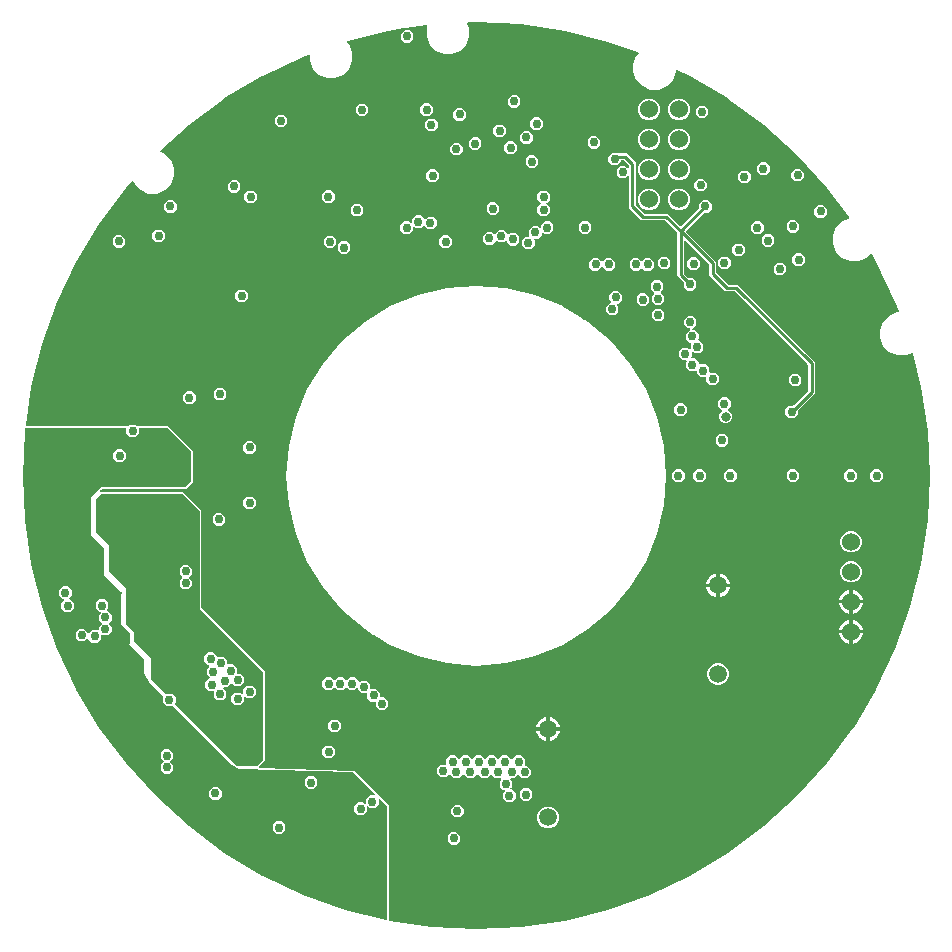
<source format=gbr>
G04 EAGLE Gerber X2 export*
%TF.Part,Single*%
%TF.FileFunction,Copper,L2,Inr,Mixed*%
%TF.FilePolarity,Positive*%
%TF.GenerationSoftware,Autodesk,EAGLE,8.6.0*%
%TF.CreationDate,2018-04-20T16:04:26Z*%
G75*
%MOMM*%
%FSLAX34Y34*%
%LPD*%
%AMOC8*
5,1,8,0,0,1.08239X$1,22.5*%
G01*
%ADD10C,1.508000*%
%ADD11C,1.524000*%
%ADD12C,0.756400*%
%ADD13C,0.254000*%
%ADD14C,0.152400*%
%ADD15C,0.806400*%

G36*
X574609Y139769D02*
X574609Y139769D01*
X574635Y139775D01*
X574683Y139777D01*
X611893Y145296D01*
X611918Y145304D01*
X611966Y145311D01*
X648456Y154451D01*
X648480Y154461D01*
X648527Y154473D01*
X683945Y167145D01*
X683968Y167158D01*
X684014Y167174D01*
X718019Y183257D01*
X718041Y183272D01*
X718085Y183293D01*
X750350Y202631D01*
X750371Y202649D01*
X750412Y202673D01*
X780627Y225081D01*
X780645Y225100D01*
X780684Y225129D01*
X808557Y250391D01*
X808573Y250411D01*
X808609Y250443D01*
X833871Y278316D01*
X833886Y278338D01*
X833919Y278373D01*
X856327Y308588D01*
X856339Y308611D01*
X856369Y308650D01*
X875707Y340915D01*
X875717Y340939D01*
X875743Y340981D01*
X891826Y374986D01*
X891833Y375011D01*
X891855Y375055D01*
X904527Y410473D01*
X904532Y410499D01*
X904549Y410544D01*
X913689Y447034D01*
X913691Y447060D01*
X913704Y447107D01*
X919223Y484317D01*
X919223Y484343D01*
X919231Y484391D01*
X921076Y521963D01*
X921073Y521989D01*
X921076Y522037D01*
X919231Y559609D01*
X919225Y559635D01*
X919223Y559683D01*
X913704Y596893D01*
X913696Y596918D01*
X913689Y596966D01*
X906576Y625364D01*
X906560Y625402D01*
X906559Y625403D01*
X906559Y625404D01*
X906546Y625434D01*
X906525Y625507D01*
X906497Y625546D01*
X906478Y625590D01*
X906428Y625647D01*
X906384Y625709D01*
X906346Y625738D01*
X906314Y625773D01*
X906248Y625810D01*
X906187Y625856D01*
X906141Y625871D01*
X906100Y625894D01*
X906025Y625908D01*
X905953Y625932D01*
X905905Y625931D01*
X905858Y625940D01*
X905783Y625930D01*
X905707Y625930D01*
X905645Y625912D01*
X905614Y625907D01*
X905591Y625896D01*
X905546Y625883D01*
X900612Y623839D01*
X893388Y623839D01*
X886713Y626604D01*
X881604Y631713D01*
X878839Y638388D01*
X878839Y645612D01*
X881604Y652287D01*
X886713Y657396D01*
X893388Y660161D01*
X893917Y660161D01*
X893944Y660165D01*
X893971Y660163D01*
X894065Y660185D01*
X894160Y660200D01*
X894184Y660213D01*
X894210Y660219D01*
X894292Y660271D01*
X894377Y660316D01*
X894396Y660335D01*
X894419Y660350D01*
X894480Y660424D01*
X894546Y660494D01*
X894558Y660519D01*
X894575Y660540D01*
X894609Y660630D01*
X894650Y660717D01*
X894653Y660744D01*
X894663Y660769D01*
X894666Y660866D01*
X894677Y660961D01*
X894671Y660988D01*
X894672Y661015D01*
X894634Y661178D01*
X891855Y668945D01*
X891842Y668968D01*
X891826Y669014D01*
X875743Y703019D01*
X875728Y703041D01*
X875707Y703085D01*
X871735Y709713D01*
X871662Y709800D01*
X871591Y709888D01*
X871583Y709893D01*
X871576Y709901D01*
X871480Y709959D01*
X871385Y710021D01*
X871374Y710023D01*
X871365Y710029D01*
X871255Y710053D01*
X871146Y710081D01*
X871136Y710080D01*
X871125Y710082D01*
X871013Y710070D01*
X870901Y710061D01*
X870891Y710057D01*
X870881Y710056D01*
X870778Y710009D01*
X870674Y709965D01*
X870665Y709957D01*
X870657Y709954D01*
X870639Y709936D01*
X870544Y709860D01*
X867287Y706604D01*
X860612Y703839D01*
X853388Y703839D01*
X846713Y706604D01*
X841604Y711713D01*
X838839Y718388D01*
X838839Y725612D01*
X841604Y732287D01*
X846713Y737396D01*
X852041Y739603D01*
X852137Y739662D01*
X852234Y739719D01*
X852241Y739727D01*
X852250Y739733D01*
X852322Y739819D01*
X852396Y739904D01*
X852400Y739914D01*
X852407Y739922D01*
X852447Y740027D01*
X852491Y740131D01*
X852491Y740142D01*
X852495Y740152D01*
X852500Y740264D01*
X852508Y740377D01*
X852505Y740387D01*
X852506Y740397D01*
X852474Y740506D01*
X852446Y740615D01*
X852439Y740626D01*
X852437Y740634D01*
X852423Y740654D01*
X852361Y740760D01*
X833919Y765627D01*
X833900Y765645D01*
X833871Y765684D01*
X808609Y793557D01*
X808589Y793573D01*
X808557Y793609D01*
X780684Y818871D01*
X780662Y818886D01*
X780627Y818919D01*
X750412Y841327D01*
X750389Y841339D01*
X750350Y841369D01*
X718085Y860707D01*
X718061Y860717D01*
X718019Y860743D01*
X707247Y865837D01*
X707185Y865855D01*
X707127Y865882D01*
X707068Y865889D01*
X707011Y865905D01*
X706947Y865902D01*
X706883Y865910D01*
X706825Y865897D01*
X706765Y865894D01*
X706705Y865871D01*
X706642Y865857D01*
X706591Y865827D01*
X706536Y865805D01*
X706486Y865764D01*
X706431Y865731D01*
X706393Y865686D01*
X706347Y865648D01*
X706313Y865593D01*
X706271Y865544D01*
X706249Y865489D01*
X706218Y865439D01*
X706203Y865376D01*
X706179Y865316D01*
X706170Y865231D01*
X706162Y865199D01*
X706164Y865180D01*
X706161Y865149D01*
X706161Y863388D01*
X703396Y856713D01*
X698287Y851604D01*
X691612Y848839D01*
X684388Y848839D01*
X677713Y851604D01*
X672604Y856713D01*
X669839Y863388D01*
X669839Y870612D01*
X672604Y877287D01*
X674424Y879107D01*
X674462Y879159D01*
X674507Y879205D01*
X674533Y879259D01*
X674567Y879307D01*
X674586Y879368D01*
X674615Y879426D01*
X674622Y879485D01*
X674640Y879542D01*
X674638Y879606D01*
X674647Y879670D01*
X674635Y879729D01*
X674633Y879788D01*
X674611Y879849D01*
X674599Y879912D01*
X674569Y879963D01*
X674549Y880019D01*
X674509Y880069D01*
X674477Y880125D01*
X674432Y880165D01*
X674395Y880211D01*
X674341Y880246D01*
X674293Y880289D01*
X674216Y880326D01*
X674188Y880344D01*
X674170Y880348D01*
X674142Y880362D01*
X648527Y889527D01*
X648501Y889532D01*
X648456Y889549D01*
X611966Y898689D01*
X611940Y898691D01*
X611893Y898704D01*
X574683Y904223D01*
X574657Y904223D01*
X574609Y904231D01*
X537037Y906076D01*
X537011Y906073D01*
X536963Y906076D01*
X530138Y905741D01*
X530111Y905735D01*
X530084Y905737D01*
X529991Y905710D01*
X529897Y905689D01*
X529874Y905676D01*
X529848Y905668D01*
X529769Y905613D01*
X529686Y905564D01*
X529668Y905543D01*
X529646Y905528D01*
X529588Y905450D01*
X529526Y905377D01*
X529515Y905352D01*
X529499Y905330D01*
X529469Y905239D01*
X529433Y905150D01*
X529431Y905122D01*
X529423Y905096D01*
X529424Y905000D01*
X529418Y904904D01*
X529425Y904878D01*
X529425Y904851D01*
X529472Y904689D01*
X531161Y900612D01*
X531161Y893388D01*
X528396Y886713D01*
X523287Y881604D01*
X516612Y878839D01*
X509388Y878839D01*
X502713Y881604D01*
X497604Y886713D01*
X494839Y893388D01*
X494839Y900612D01*
X495625Y902510D01*
X495649Y902609D01*
X495677Y902707D01*
X495677Y902729D01*
X495682Y902750D01*
X495672Y902851D01*
X495668Y902952D01*
X495661Y902973D01*
X495659Y902995D01*
X495617Y903087D01*
X495581Y903182D01*
X495567Y903199D01*
X495559Y903220D01*
X495490Y903294D01*
X495426Y903373D01*
X495407Y903384D01*
X495392Y903401D01*
X495303Y903450D01*
X495217Y903504D01*
X495196Y903509D01*
X495177Y903519D01*
X495077Y903537D01*
X494978Y903561D01*
X494951Y903560D01*
X494935Y903563D01*
X494902Y903558D01*
X494810Y903555D01*
X476380Y900821D01*
X476316Y900800D01*
X476249Y900789D01*
X476200Y900763D01*
X476146Y900746D01*
X476092Y900706D01*
X476079Y900709D01*
X475963Y900738D01*
X475959Y900738D01*
X475954Y900739D01*
X475787Y900733D01*
X462107Y898704D01*
X462082Y898696D01*
X462034Y898689D01*
X428119Y890194D01*
X428026Y890154D01*
X427931Y890119D01*
X427914Y890105D01*
X427893Y890096D01*
X427818Y890029D01*
X427739Y889965D01*
X427727Y889947D01*
X427710Y889932D01*
X427661Y889844D01*
X427606Y889758D01*
X427600Y889737D01*
X427590Y889718D01*
X427570Y889618D01*
X427546Y889520D01*
X427547Y889498D01*
X427543Y889476D01*
X427557Y889376D01*
X427565Y889275D01*
X427573Y889254D01*
X427576Y889233D01*
X427621Y889142D01*
X427661Y889048D01*
X427678Y889027D01*
X427685Y889012D01*
X427708Y888989D01*
X427766Y888917D01*
X429396Y887287D01*
X432161Y880612D01*
X432161Y873388D01*
X429396Y866713D01*
X424287Y861604D01*
X417612Y858839D01*
X410388Y858839D01*
X403713Y861604D01*
X398604Y866713D01*
X395839Y873388D01*
X395839Y877843D01*
X395835Y877870D01*
X395837Y877897D01*
X395815Y877991D01*
X395800Y878086D01*
X395787Y878110D01*
X395781Y878137D01*
X395729Y878219D01*
X395684Y878304D01*
X395665Y878322D01*
X395650Y878345D01*
X395576Y878407D01*
X395506Y878473D01*
X395481Y878484D01*
X395460Y878502D01*
X395370Y878536D01*
X395283Y878577D01*
X395256Y878580D01*
X395231Y878589D01*
X395134Y878593D01*
X395039Y878604D01*
X395012Y878598D01*
X394985Y878599D01*
X394822Y878560D01*
X390055Y876855D01*
X390032Y876842D01*
X389986Y876826D01*
X355981Y860743D01*
X355959Y860728D01*
X355915Y860707D01*
X323650Y841369D01*
X323629Y841351D01*
X323588Y841327D01*
X293373Y818919D01*
X293355Y818900D01*
X293316Y818871D01*
X269390Y797186D01*
X269350Y797136D01*
X269302Y797092D01*
X269274Y797040D01*
X269237Y796994D01*
X269215Y796933D01*
X269184Y796877D01*
X269173Y796818D01*
X269153Y796763D01*
X269152Y796698D01*
X269140Y796635D01*
X269149Y796576D01*
X269147Y796517D01*
X269167Y796455D01*
X269176Y796391D01*
X269203Y796339D01*
X269220Y796282D01*
X269258Y796230D01*
X269287Y796172D01*
X269330Y796131D01*
X269364Y796083D01*
X269417Y796045D01*
X269463Y796000D01*
X269538Y795959D01*
X269565Y795940D01*
X269582Y795934D01*
X269610Y795919D01*
X273287Y794396D01*
X278396Y789287D01*
X281161Y782612D01*
X281161Y775388D01*
X278396Y768713D01*
X273287Y763604D01*
X266612Y760839D01*
X259388Y760839D01*
X252713Y763604D01*
X247604Y768713D01*
X246580Y771184D01*
X246546Y771239D01*
X246521Y771299D01*
X246482Y771343D01*
X246451Y771393D01*
X246401Y771435D01*
X246358Y771483D01*
X246307Y771512D01*
X246261Y771550D01*
X246201Y771573D01*
X246145Y771606D01*
X246087Y771617D01*
X246032Y771638D01*
X245967Y771641D01*
X245904Y771654D01*
X245845Y771646D01*
X245786Y771649D01*
X245724Y771631D01*
X245660Y771623D01*
X245606Y771597D01*
X245550Y771580D01*
X245497Y771544D01*
X245439Y771515D01*
X245375Y771459D01*
X245348Y771440D01*
X245336Y771425D01*
X245313Y771404D01*
X240129Y765684D01*
X240114Y765662D01*
X240081Y765627D01*
X217673Y735412D01*
X217666Y735399D01*
X217655Y735387D01*
X217648Y735372D01*
X217631Y735350D01*
X198293Y703085D01*
X198283Y703061D01*
X198257Y703019D01*
X182174Y669014D01*
X182167Y668989D01*
X182145Y668945D01*
X169473Y633527D01*
X169468Y633501D01*
X169451Y633456D01*
X160311Y596966D01*
X160309Y596940D01*
X160296Y596893D01*
X155589Y565160D01*
X155590Y565084D01*
X155582Y565009D01*
X155592Y564962D01*
X155593Y564914D01*
X155618Y564842D01*
X155634Y564768D01*
X155659Y564727D01*
X155675Y564682D01*
X155721Y564622D01*
X155760Y564557D01*
X155797Y564526D01*
X155826Y564488D01*
X155890Y564446D01*
X155947Y564397D01*
X155992Y564379D01*
X156032Y564353D01*
X156105Y564334D01*
X156175Y564305D01*
X156240Y564298D01*
X156270Y564290D01*
X156295Y564292D01*
X156342Y564287D01*
X242467Y564287D01*
X242557Y564301D01*
X242648Y564309D01*
X242677Y564321D01*
X242709Y564326D01*
X242790Y564369D01*
X242874Y564405D01*
X242906Y564431D01*
X242927Y564442D01*
X242949Y564465D01*
X243005Y564510D01*
X243802Y565307D01*
X248198Y565307D01*
X248995Y564510D01*
X249069Y564457D01*
X249139Y564397D01*
X249169Y564385D01*
X249195Y564366D01*
X249282Y564339D01*
X249367Y564305D01*
X249408Y564301D01*
X249430Y564294D01*
X249462Y564295D01*
X249533Y564287D01*
X275947Y564287D01*
X297287Y542947D01*
X297287Y517053D01*
X290947Y510713D01*
X220263Y510713D01*
X220173Y510699D01*
X220082Y510691D01*
X220052Y510679D01*
X220020Y510674D01*
X219939Y510631D01*
X219855Y510595D01*
X219823Y510569D01*
X219802Y510558D01*
X219780Y510535D01*
X219724Y510490D01*
X218820Y509586D01*
X218778Y509528D01*
X218729Y509476D01*
X218707Y509429D01*
X218677Y509387D01*
X218656Y509318D01*
X218625Y509253D01*
X218620Y509201D01*
X218604Y509151D01*
X218606Y509080D01*
X218598Y509009D01*
X218609Y508958D01*
X218611Y508906D01*
X218635Y508838D01*
X218650Y508768D01*
X218677Y508723D01*
X218695Y508675D01*
X218740Y508619D01*
X218777Y508557D01*
X218816Y508523D01*
X218849Y508483D01*
X218909Y508444D01*
X218964Y508397D01*
X219012Y508378D01*
X219056Y508350D01*
X219125Y508332D01*
X219192Y508305D01*
X219263Y508297D01*
X219294Y508289D01*
X219318Y508291D01*
X219358Y508287D01*
X288947Y508287D01*
X304287Y492947D01*
X304287Y410263D01*
X304301Y410172D01*
X304309Y410082D01*
X304321Y410052D01*
X304326Y410020D01*
X304369Y409939D01*
X304405Y409855D01*
X304431Y409823D01*
X304442Y409802D01*
X304465Y409780D01*
X304510Y409724D01*
X358287Y355947D01*
X358287Y281053D01*
X353265Y276031D01*
X353230Y275983D01*
X353188Y275941D01*
X353159Y275883D01*
X353122Y275832D01*
X353104Y275775D01*
X353077Y275721D01*
X353068Y275658D01*
X353049Y275597D01*
X353051Y275537D01*
X353042Y275477D01*
X353054Y275415D01*
X353056Y275351D01*
X353076Y275294D01*
X353087Y275236D01*
X353118Y275180D01*
X353140Y275120D01*
X353178Y275073D01*
X353207Y275021D01*
X353254Y274978D01*
X353294Y274928D01*
X353344Y274895D01*
X353389Y274855D01*
X353447Y274829D01*
X353501Y274795D01*
X353559Y274780D01*
X353614Y274756D01*
X353708Y274742D01*
X353739Y274735D01*
X353755Y274736D01*
X353780Y274732D01*
X431997Y272288D01*
X432012Y272290D01*
X432035Y272288D01*
X432973Y272304D01*
X433616Y271620D01*
X433627Y271611D01*
X433642Y271593D01*
X461703Y244500D01*
X461772Y244452D01*
X461836Y244397D01*
X461837Y244397D01*
X462598Y243636D01*
X462602Y243633D01*
X462607Y243627D01*
X463287Y242971D01*
X463287Y242027D01*
X463288Y242022D01*
X463287Y242014D01*
X463306Y240937D01*
X463305Y240935D01*
X463300Y240885D01*
X463292Y240859D01*
X463293Y240829D01*
X463287Y240769D01*
X463287Y145778D01*
X463301Y145692D01*
X463307Y145605D01*
X463321Y145571D01*
X463326Y145535D01*
X463367Y145458D01*
X463400Y145378D01*
X463425Y145350D01*
X463442Y145318D01*
X463505Y145258D01*
X463562Y145192D01*
X463593Y145174D01*
X463620Y145148D01*
X463699Y145112D01*
X463774Y145068D01*
X463820Y145056D01*
X463843Y145045D01*
X463874Y145041D01*
X463936Y145025D01*
X499317Y139777D01*
X499343Y139777D01*
X499391Y139769D01*
X536963Y137924D01*
X536989Y137927D01*
X537037Y137924D01*
X574609Y139769D01*
G37*
%LPC*%
G36*
X511827Y363061D02*
X511827Y363061D01*
X487273Y368956D01*
X463944Y378619D01*
X463112Y379129D01*
X461870Y379890D01*
X454416Y384457D01*
X453174Y385219D01*
X451932Y385980D01*
X450690Y386741D01*
X450689Y386741D01*
X449447Y387502D01*
X442413Y391813D01*
X423212Y408212D01*
X406813Y427413D01*
X393619Y448943D01*
X383956Y472273D01*
X378061Y496826D01*
X376080Y522000D01*
X378061Y547174D01*
X383956Y571727D01*
X393619Y595057D01*
X406813Y616587D01*
X423212Y635788D01*
X442413Y652187D01*
X463943Y665381D01*
X487273Y675044D01*
X511826Y680939D01*
X537000Y682920D01*
X562174Y680939D01*
X586727Y675044D01*
X610057Y665381D01*
X610975Y664818D01*
X612217Y664057D01*
X613459Y663296D01*
X613460Y663296D01*
X618428Y660251D01*
X618429Y660251D01*
X619671Y659489D01*
X620913Y658728D01*
X622155Y657967D01*
X627124Y654922D01*
X628366Y654161D01*
X628367Y654161D01*
X629609Y653399D01*
X631587Y652187D01*
X650788Y635788D01*
X667187Y616587D01*
X680381Y595057D01*
X690044Y571727D01*
X695939Y547174D01*
X697920Y522000D01*
X695939Y496826D01*
X690044Y472273D01*
X680381Y448943D01*
X667187Y427413D01*
X650788Y408212D01*
X631587Y391813D01*
X610057Y378619D01*
X586727Y368956D01*
X562173Y363061D01*
X537000Y361080D01*
X511827Y363061D01*
G37*
%LPD*%
G36*
X461050Y145597D02*
X461050Y145597D01*
X461060Y145596D01*
X461170Y145623D01*
X461280Y145647D01*
X461289Y145652D01*
X461299Y145655D01*
X461394Y145715D01*
X461491Y145773D01*
X461498Y145781D01*
X461507Y145786D01*
X461578Y145874D01*
X461651Y145960D01*
X461655Y145969D01*
X461661Y145978D01*
X461700Y146083D01*
X461743Y146188D01*
X461744Y146200D01*
X461747Y146208D01*
X461748Y146233D01*
X461761Y146355D01*
X461761Y242000D01*
X461745Y242097D01*
X461736Y242194D01*
X461726Y242217D01*
X461722Y242243D01*
X461676Y242329D01*
X461636Y242419D01*
X461615Y242443D01*
X461606Y242460D01*
X461583Y242483D01*
X461529Y242548D01*
X455597Y248275D01*
X455543Y248312D01*
X455496Y248357D01*
X455443Y248382D01*
X455395Y248415D01*
X455332Y248433D01*
X455273Y248461D01*
X455215Y248467D01*
X455158Y248483D01*
X455093Y248481D01*
X455029Y248488D01*
X454971Y248475D01*
X454912Y248473D01*
X454852Y248449D01*
X454788Y248435D01*
X454738Y248405D01*
X454683Y248384D01*
X454633Y248343D01*
X454577Y248309D01*
X454539Y248265D01*
X454494Y248227D01*
X454460Y248172D01*
X454417Y248122D01*
X454395Y248068D01*
X454364Y248018D01*
X454350Y247955D01*
X454325Y247894D01*
X454316Y247810D01*
X454308Y247778D01*
X454310Y247759D01*
X454307Y247727D01*
X454307Y243802D01*
X451198Y240693D01*
X446802Y240693D01*
X445606Y241889D01*
X445548Y241931D01*
X445496Y241980D01*
X445449Y242002D01*
X445407Y242032D01*
X445338Y242054D01*
X445273Y242084D01*
X445221Y242089D01*
X445171Y242105D01*
X445100Y242103D01*
X445029Y242111D01*
X444978Y242100D01*
X444926Y242098D01*
X444858Y242074D01*
X444788Y242059D01*
X444743Y242032D01*
X444695Y242014D01*
X444639Y241969D01*
X444577Y241932D01*
X444543Y241893D01*
X444503Y241860D01*
X444464Y241800D01*
X444417Y241745D01*
X444398Y241697D01*
X444370Y241653D01*
X444352Y241584D01*
X444325Y241517D01*
X444317Y241446D01*
X444309Y241415D01*
X444311Y241392D01*
X444307Y241351D01*
X444307Y237802D01*
X441198Y234693D01*
X436802Y234693D01*
X433693Y237802D01*
X433693Y242198D01*
X436802Y245307D01*
X441198Y245307D01*
X442394Y244111D01*
X442452Y244069D01*
X442504Y244020D01*
X442551Y243998D01*
X442593Y243968D01*
X442662Y243946D01*
X442727Y243916D01*
X442779Y243911D01*
X442829Y243895D01*
X442900Y243897D01*
X442971Y243889D01*
X443022Y243900D01*
X443074Y243902D01*
X443142Y243926D01*
X443212Y243941D01*
X443257Y243968D01*
X443305Y243986D01*
X443361Y244031D01*
X443423Y244068D01*
X443457Y244107D01*
X443497Y244140D01*
X443536Y244200D01*
X443583Y244255D01*
X443602Y244303D01*
X443630Y244347D01*
X443648Y244416D01*
X443675Y244483D01*
X443683Y244554D01*
X443691Y244585D01*
X443689Y244608D01*
X443693Y244649D01*
X443693Y248198D01*
X446802Y251307D01*
X450572Y251307D01*
X450650Y251319D01*
X450728Y251323D01*
X450770Y251339D01*
X450815Y251346D01*
X450884Y251383D01*
X450957Y251411D01*
X450993Y251440D01*
X451033Y251462D01*
X451086Y251518D01*
X451147Y251568D01*
X451171Y251607D01*
X451202Y251640D01*
X451235Y251711D01*
X451276Y251778D01*
X451286Y251822D01*
X451306Y251863D01*
X451314Y251941D01*
X451332Y252017D01*
X451328Y252062D01*
X451333Y252107D01*
X451316Y252184D01*
X451309Y252262D01*
X451290Y252303D01*
X451280Y252348D01*
X451240Y252415D01*
X451208Y252487D01*
X451170Y252533D01*
X451154Y252559D01*
X451134Y252577D01*
X451101Y252616D01*
X432529Y270548D01*
X432469Y270589D01*
X432415Y270638D01*
X432368Y270659D01*
X432327Y270688D01*
X432257Y270708D01*
X432190Y270737D01*
X432121Y270747D01*
X432090Y270756D01*
X432066Y270755D01*
X432024Y270761D01*
X336191Y273756D01*
X330451Y276626D01*
X280329Y326748D01*
X280313Y326759D01*
X280300Y326775D01*
X280213Y326831D01*
X280129Y326891D01*
X280110Y326897D01*
X280093Y326908D01*
X279993Y326933D01*
X279894Y326963D01*
X279874Y326963D01*
X279855Y326968D01*
X279752Y326960D01*
X279648Y326957D01*
X279630Y326950D01*
X279610Y326949D01*
X279514Y326908D01*
X279417Y326873D01*
X279402Y326860D01*
X279383Y326852D01*
X279252Y326748D01*
X279198Y326693D01*
X274802Y326693D01*
X271693Y329802D01*
X271693Y334198D01*
X271748Y334252D01*
X271759Y334269D01*
X271775Y334281D01*
X271831Y334368D01*
X271891Y334452D01*
X271897Y334471D01*
X271908Y334488D01*
X271933Y334588D01*
X271963Y334687D01*
X271963Y334707D01*
X271968Y334726D01*
X271960Y334829D01*
X271957Y334933D01*
X271950Y334952D01*
X271949Y334972D01*
X271908Y335067D01*
X271873Y335164D01*
X271860Y335180D01*
X271852Y335198D01*
X271748Y335329D01*
X259626Y347451D01*
X255761Y355180D01*
X255761Y366000D01*
X255747Y366090D01*
X255739Y366181D01*
X255727Y366211D01*
X255722Y366243D01*
X255679Y366323D01*
X255643Y366407D01*
X255617Y366439D01*
X255606Y366460D01*
X255583Y366482D01*
X255538Y366538D01*
X242577Y379500D01*
X243538Y380462D01*
X243591Y380536D01*
X243651Y380605D01*
X243663Y380635D01*
X243682Y380661D01*
X243709Y380748D01*
X243743Y380833D01*
X243747Y380874D01*
X243754Y380897D01*
X243753Y380929D01*
X243761Y381000D01*
X243761Y388000D01*
X243747Y388090D01*
X243739Y388181D01*
X243727Y388211D01*
X243722Y388243D01*
X243679Y388323D01*
X243643Y388407D01*
X243617Y388439D01*
X243606Y388460D01*
X243583Y388482D01*
X243538Y388538D01*
X235761Y396315D01*
X235761Y420685D01*
X236538Y421462D01*
X236591Y421536D01*
X236651Y421605D01*
X236663Y421635D01*
X236682Y421661D01*
X236709Y421748D01*
X236743Y421833D01*
X236747Y421874D01*
X236754Y421897D01*
X236753Y421929D01*
X236761Y422000D01*
X236761Y423000D01*
X236747Y423090D01*
X236739Y423181D01*
X236727Y423211D01*
X236722Y423243D01*
X236679Y423323D01*
X236643Y423407D01*
X236617Y423439D01*
X236606Y423460D01*
X236583Y423482D01*
X236538Y423538D01*
X221761Y438315D01*
X221761Y460000D01*
X221759Y460015D01*
X221760Y460029D01*
X221746Y460093D01*
X221739Y460181D01*
X221727Y460211D01*
X221722Y460243D01*
X221708Y460268D01*
X221708Y460269D01*
X221703Y460278D01*
X221679Y460323D01*
X221643Y460407D01*
X221617Y460439D01*
X221606Y460460D01*
X221583Y460482D01*
X221538Y460538D01*
X210761Y471315D01*
X210761Y503685D01*
X219315Y512239D01*
X290000Y512239D01*
X290090Y512254D01*
X290181Y512261D01*
X290211Y512273D01*
X290243Y512279D01*
X290323Y512321D01*
X290407Y512357D01*
X290439Y512383D01*
X290460Y512394D01*
X290482Y512417D01*
X290538Y512462D01*
X295538Y517462D01*
X295591Y517536D01*
X295651Y517605D01*
X295663Y517635D01*
X295682Y517661D01*
X295709Y517748D01*
X295743Y517833D01*
X295747Y517874D01*
X295754Y517897D01*
X295753Y517929D01*
X295761Y518000D01*
X295761Y542000D01*
X295747Y542090D01*
X295739Y542181D01*
X295727Y542211D01*
X295722Y542243D01*
X295679Y542323D01*
X295643Y542407D01*
X295617Y542439D01*
X295606Y542460D01*
X295583Y542482D01*
X295538Y542538D01*
X275538Y562538D01*
X275464Y562591D01*
X275395Y562651D01*
X275365Y562663D01*
X275339Y562682D01*
X275252Y562709D01*
X275167Y562743D01*
X275126Y562747D01*
X275103Y562754D01*
X275071Y562753D01*
X275000Y562761D01*
X252068Y562761D01*
X252048Y562758D01*
X252029Y562760D01*
X251927Y562738D01*
X251825Y562722D01*
X251808Y562712D01*
X251788Y562708D01*
X251699Y562655D01*
X251608Y562606D01*
X251594Y562592D01*
X251577Y562582D01*
X251510Y562503D01*
X251438Y562428D01*
X251430Y562410D01*
X251417Y562395D01*
X251378Y562299D01*
X251335Y562205D01*
X251333Y562185D01*
X251325Y562167D01*
X251307Y562000D01*
X251307Y557802D01*
X248198Y554693D01*
X243802Y554693D01*
X240693Y557802D01*
X240693Y562000D01*
X240690Y562019D01*
X240692Y562037D01*
X240692Y562038D01*
X240692Y562039D01*
X240670Y562141D01*
X240654Y562243D01*
X240644Y562260D01*
X240640Y562280D01*
X240587Y562369D01*
X240538Y562460D01*
X240524Y562474D01*
X240514Y562491D01*
X240435Y562558D01*
X240360Y562630D01*
X240342Y562638D01*
X240327Y562651D01*
X240231Y562690D01*
X240137Y562733D01*
X240117Y562735D01*
X240099Y562743D01*
X239932Y562761D01*
X155890Y562761D01*
X155804Y562747D01*
X155717Y562741D01*
X155683Y562727D01*
X155647Y562722D01*
X155570Y562681D01*
X155490Y562648D01*
X155462Y562623D01*
X155430Y562606D01*
X155370Y562543D01*
X155304Y562486D01*
X155286Y562455D01*
X155260Y562428D01*
X155224Y562349D01*
X155180Y562274D01*
X155168Y562228D01*
X155157Y562205D01*
X155157Y562202D01*
X155156Y562202D01*
X155153Y562173D01*
X155137Y562112D01*
X154777Y559683D01*
X154777Y559657D01*
X154769Y559609D01*
X152924Y522037D01*
X152927Y522011D01*
X152924Y521963D01*
X154769Y484391D01*
X154775Y484365D01*
X154777Y484317D01*
X160296Y447107D01*
X160304Y447082D01*
X160311Y447034D01*
X169451Y410544D01*
X169461Y410520D01*
X169473Y410473D01*
X182145Y375055D01*
X182158Y375032D01*
X182174Y374986D01*
X198257Y340981D01*
X198272Y340959D01*
X198293Y340915D01*
X217631Y308650D01*
X217649Y308630D01*
X217673Y308588D01*
X240081Y278373D01*
X240100Y278355D01*
X240123Y278324D01*
X240124Y278321D01*
X240125Y278320D01*
X240129Y278316D01*
X265391Y250443D01*
X265411Y250427D01*
X265443Y250391D01*
X293316Y225129D01*
X293338Y225114D01*
X293373Y225081D01*
X323588Y202673D01*
X323611Y202661D01*
X323650Y202631D01*
X355915Y183293D01*
X355939Y183283D01*
X355981Y183257D01*
X389986Y167174D01*
X390011Y167167D01*
X390055Y167145D01*
X425473Y154473D01*
X425499Y154468D01*
X425544Y154451D01*
X460815Y145616D01*
X460928Y145607D01*
X461039Y145594D01*
X461050Y145597D01*
G37*
G36*
X351090Y276254D02*
X351090Y276254D01*
X351181Y276261D01*
X351211Y276273D01*
X351243Y276279D01*
X351323Y276321D01*
X351407Y276357D01*
X351439Y276383D01*
X351460Y276394D01*
X351482Y276417D01*
X351538Y276462D01*
X356538Y281462D01*
X356591Y281536D01*
X356651Y281605D01*
X356663Y281635D01*
X356682Y281661D01*
X356709Y281748D01*
X356743Y281833D01*
X356747Y281874D01*
X356754Y281897D01*
X356753Y281929D01*
X356761Y282000D01*
X356761Y355000D01*
X356747Y355090D01*
X356739Y355181D01*
X356727Y355211D01*
X356722Y355243D01*
X356679Y355323D01*
X356643Y355407D01*
X356617Y355439D01*
X356606Y355460D01*
X356583Y355482D01*
X356538Y355538D01*
X302761Y409315D01*
X302761Y492000D01*
X302747Y492090D01*
X302739Y492181D01*
X302727Y492211D01*
X302722Y492243D01*
X302679Y492323D01*
X302643Y492407D01*
X302617Y492439D01*
X302606Y492460D01*
X302583Y492482D01*
X302538Y492538D01*
X288538Y506538D01*
X288464Y506591D01*
X288395Y506651D01*
X288365Y506663D01*
X288339Y506682D01*
X288252Y506709D01*
X288167Y506743D01*
X288126Y506747D01*
X288103Y506754D01*
X288071Y506753D01*
X288000Y506761D01*
X220000Y506761D01*
X219910Y506747D01*
X219819Y506739D01*
X219789Y506727D01*
X219757Y506722D01*
X219677Y506679D01*
X219593Y506643D01*
X219561Y506617D01*
X219540Y506606D01*
X219518Y506583D01*
X219462Y506538D01*
X215462Y502538D01*
X215409Y502464D01*
X215349Y502395D01*
X215337Y502365D01*
X215318Y502339D01*
X215291Y502252D01*
X215257Y502167D01*
X215253Y502126D01*
X215246Y502103D01*
X215247Y502071D01*
X215239Y502000D01*
X215239Y474000D01*
X215254Y473910D01*
X215261Y473819D01*
X215273Y473789D01*
X215279Y473757D01*
X215321Y473677D01*
X215357Y473593D01*
X215383Y473561D01*
X215394Y473540D01*
X215417Y473518D01*
X215462Y473462D01*
X226239Y462685D01*
X226239Y441000D01*
X226254Y440910D01*
X226261Y440819D01*
X226273Y440789D01*
X226279Y440757D01*
X226321Y440677D01*
X226357Y440593D01*
X226383Y440561D01*
X226394Y440540D01*
X226417Y440518D01*
X226462Y440462D01*
X240239Y426685D01*
X240239Y397000D01*
X240254Y396910D01*
X240261Y396819D01*
X240273Y396789D01*
X240279Y396757D01*
X240321Y396677D01*
X240357Y396593D01*
X240383Y396561D01*
X240394Y396540D01*
X240417Y396518D01*
X240462Y396462D01*
X247239Y389685D01*
X247239Y382000D01*
X247254Y381910D01*
X247261Y381819D01*
X247273Y381789D01*
X247279Y381757D01*
X247321Y381677D01*
X247357Y381593D01*
X247383Y381561D01*
X247394Y381540D01*
X247417Y381518D01*
X247462Y381462D01*
X261239Y367685D01*
X261239Y350000D01*
X261254Y349910D01*
X261261Y349819D01*
X261273Y349789D01*
X261279Y349757D01*
X261321Y349677D01*
X261357Y349593D01*
X261383Y349561D01*
X261394Y349540D01*
X261417Y349518D01*
X261462Y349462D01*
X273671Y337252D01*
X273687Y337241D01*
X273700Y337225D01*
X273787Y337169D01*
X273871Y337109D01*
X273890Y337103D01*
X273907Y337092D01*
X274007Y337067D01*
X274106Y337037D01*
X274126Y337037D01*
X274145Y337032D01*
X274248Y337040D01*
X274352Y337043D01*
X274370Y337050D01*
X274390Y337051D01*
X274485Y337092D01*
X274583Y337127D01*
X274598Y337140D01*
X274617Y337148D01*
X274748Y337252D01*
X274802Y337307D01*
X279198Y337307D01*
X282307Y334198D01*
X282307Y329802D01*
X282252Y329748D01*
X282241Y329731D01*
X282225Y329719D01*
X282169Y329632D01*
X282109Y329548D01*
X282103Y329529D01*
X282092Y329512D01*
X282067Y329412D01*
X282037Y329313D01*
X282037Y329293D01*
X282032Y329274D01*
X282040Y329171D01*
X282043Y329067D01*
X282050Y329048D01*
X282051Y329028D01*
X282092Y328933D01*
X282127Y328836D01*
X282140Y328820D01*
X282148Y328802D01*
X282252Y328671D01*
X334462Y276462D01*
X334536Y276409D01*
X334605Y276349D01*
X334635Y276337D01*
X334661Y276318D01*
X334748Y276291D01*
X334833Y276257D01*
X334874Y276253D01*
X334897Y276246D01*
X334929Y276247D01*
X335000Y276239D01*
X351000Y276239D01*
X351090Y276254D01*
G37*
%LPC*%
G36*
X801802Y570693D02*
X801802Y570693D01*
X798693Y573802D01*
X798693Y578198D01*
X801802Y581307D01*
X805039Y581307D01*
X805129Y581321D01*
X805220Y581329D01*
X805250Y581341D01*
X805282Y581346D01*
X805362Y581389D01*
X805446Y581425D01*
X805478Y581451D01*
X805499Y581462D01*
X805521Y581485D01*
X805577Y581530D01*
X817982Y593935D01*
X818035Y594009D01*
X818095Y594078D01*
X818107Y594108D01*
X818126Y594134D01*
X818153Y594221D01*
X818187Y594306D01*
X818191Y594347D01*
X818198Y594369D01*
X818197Y594402D01*
X818205Y594473D01*
X818205Y615527D01*
X818191Y615617D01*
X818183Y615708D01*
X818171Y615738D01*
X818166Y615770D01*
X818123Y615850D01*
X818087Y615934D01*
X818061Y615966D01*
X818050Y615987D01*
X818027Y616009D01*
X817982Y616065D01*
X756065Y677982D01*
X755991Y678035D01*
X755922Y678095D01*
X755892Y678107D01*
X755866Y678126D01*
X755779Y678153D01*
X755694Y678187D01*
X755653Y678191D01*
X755631Y678198D01*
X755598Y678197D01*
X755527Y678205D01*
X747842Y678205D01*
X734205Y691842D01*
X734205Y700527D01*
X734191Y700617D01*
X734183Y700708D01*
X734171Y700738D01*
X734166Y700770D01*
X734123Y700850D01*
X734087Y700934D01*
X734061Y700966D01*
X734050Y700987D01*
X734027Y701009D01*
X733982Y701065D01*
X714094Y720953D01*
X714036Y720995D01*
X713984Y721045D01*
X713937Y721067D01*
X713895Y721097D01*
X713826Y721118D01*
X713761Y721148D01*
X713709Y721154D01*
X713659Y721169D01*
X713588Y721167D01*
X713517Y721175D01*
X713466Y721164D01*
X713414Y721163D01*
X713346Y721138D01*
X713276Y721123D01*
X713231Y721096D01*
X713183Y721078D01*
X713127Y721034D01*
X713065Y720997D01*
X713031Y720957D01*
X712991Y720925D01*
X712952Y720864D01*
X712905Y720810D01*
X712886Y720762D01*
X712858Y720718D01*
X712840Y720648D01*
X712813Y720582D01*
X712805Y720510D01*
X712797Y720479D01*
X712799Y720456D01*
X712795Y720415D01*
X712795Y693473D01*
X712809Y693383D01*
X712817Y693292D01*
X712829Y693262D01*
X712834Y693230D01*
X712877Y693150D01*
X712913Y693066D01*
X712939Y693033D01*
X712950Y693013D01*
X712973Y692991D01*
X713018Y692935D01*
X716423Y689530D01*
X716497Y689477D01*
X716566Y689417D01*
X716596Y689405D01*
X716622Y689386D01*
X716710Y689359D01*
X716794Y689325D01*
X716835Y689321D01*
X716857Y689314D01*
X716890Y689315D01*
X716961Y689307D01*
X720198Y689307D01*
X723307Y686198D01*
X723307Y681802D01*
X720198Y678693D01*
X715802Y678693D01*
X712693Y681802D01*
X712693Y685039D01*
X712679Y685129D01*
X712671Y685220D01*
X712659Y685250D01*
X712654Y685282D01*
X712611Y685362D01*
X712575Y685446D01*
X712549Y685479D01*
X712538Y685499D01*
X712515Y685521D01*
X712470Y685577D01*
X709065Y688982D01*
X707205Y690842D01*
X707205Y727527D01*
X707191Y727617D01*
X707183Y727708D01*
X707171Y727738D01*
X707166Y727770D01*
X707123Y727851D01*
X707087Y727934D01*
X707061Y727967D01*
X707050Y727987D01*
X707027Y728009D01*
X706982Y728065D01*
X697065Y737982D01*
X696991Y738035D01*
X696922Y738095D01*
X696892Y738107D01*
X696866Y738126D01*
X696779Y738153D01*
X696694Y738187D01*
X696653Y738191D01*
X696631Y738198D01*
X696598Y738197D01*
X696527Y738205D01*
X676842Y738205D01*
X666205Y748842D01*
X666205Y774863D01*
X666194Y774933D01*
X666192Y775005D01*
X666174Y775054D01*
X666166Y775105D01*
X666132Y775169D01*
X666107Y775236D01*
X666075Y775277D01*
X666050Y775323D01*
X665998Y775372D01*
X665954Y775428D01*
X665910Y775456D01*
X665872Y775492D01*
X665807Y775522D01*
X665747Y775561D01*
X665696Y775574D01*
X665649Y775596D01*
X665578Y775604D01*
X665508Y775621D01*
X665456Y775617D01*
X665405Y775623D01*
X665334Y775608D01*
X665263Y775602D01*
X665215Y775582D01*
X665164Y775571D01*
X665103Y775534D01*
X665037Y775506D01*
X664981Y775461D01*
X664953Y775444D01*
X664938Y775427D01*
X664906Y775401D01*
X663198Y773693D01*
X658802Y773693D01*
X655693Y776802D01*
X655693Y781198D01*
X658802Y784307D01*
X663198Y784307D01*
X664906Y782599D01*
X664964Y782557D01*
X665016Y782508D01*
X665063Y782486D01*
X665105Y782456D01*
X665174Y782434D01*
X665239Y782404D01*
X665291Y782399D01*
X665341Y782383D01*
X665412Y782385D01*
X665483Y782377D01*
X665534Y782388D01*
X665586Y782390D01*
X665654Y782414D01*
X665724Y782429D01*
X665769Y782456D01*
X665817Y782474D01*
X665873Y782519D01*
X665935Y782556D01*
X665969Y782595D01*
X666009Y782628D01*
X666048Y782688D01*
X666095Y782743D01*
X666114Y782791D01*
X666142Y782835D01*
X666160Y782904D01*
X666187Y782971D01*
X666195Y783042D01*
X666203Y783073D01*
X666201Y783096D01*
X666205Y783137D01*
X666205Y784527D01*
X666191Y784617D01*
X666183Y784708D01*
X666171Y784738D01*
X666166Y784770D01*
X666123Y784850D01*
X666087Y784934D01*
X666061Y784966D01*
X666050Y784987D01*
X666027Y785009D01*
X665982Y785065D01*
X662065Y788982D01*
X661991Y789035D01*
X661922Y789095D01*
X661892Y789107D01*
X661866Y789126D01*
X661779Y789153D01*
X661694Y789187D01*
X661653Y789191D01*
X661631Y789198D01*
X661598Y789197D01*
X661527Y789205D01*
X660068Y789205D01*
X660048Y789202D01*
X660029Y789204D01*
X659927Y789182D01*
X659825Y789166D01*
X659808Y789156D01*
X659788Y789152D01*
X659699Y789099D01*
X659608Y789050D01*
X659594Y789036D01*
X659577Y789026D01*
X659510Y788947D01*
X659438Y788872D01*
X659430Y788854D01*
X659417Y788839D01*
X659378Y788743D01*
X659335Y788649D01*
X659333Y788629D01*
X659325Y788611D01*
X659307Y788444D01*
X659307Y787802D01*
X656198Y784693D01*
X651802Y784693D01*
X648693Y787802D01*
X648693Y792198D01*
X651802Y795307D01*
X656198Y795307D01*
X656487Y795018D01*
X656561Y794965D01*
X656631Y794905D01*
X656661Y794893D01*
X656687Y794874D01*
X656774Y794847D01*
X656859Y794813D01*
X656900Y794809D01*
X656922Y794802D01*
X656954Y794803D01*
X657025Y794795D01*
X664158Y794795D01*
X671795Y787158D01*
X671795Y751473D01*
X671797Y751460D01*
X671796Y751451D01*
X671806Y751402D01*
X671809Y751383D01*
X671817Y751292D01*
X671829Y751262D01*
X671834Y751230D01*
X671877Y751150D01*
X671913Y751066D01*
X671939Y751034D01*
X671950Y751013D01*
X671973Y750991D01*
X672018Y750935D01*
X678935Y744018D01*
X679009Y743965D01*
X679078Y743905D01*
X679108Y743893D01*
X679134Y743874D01*
X679221Y743847D01*
X679306Y743813D01*
X679347Y743809D01*
X679369Y743802D01*
X679402Y743803D01*
X679473Y743795D01*
X699158Y743795D01*
X709462Y733491D01*
X709478Y733479D01*
X709490Y733463D01*
X709578Y733407D01*
X709661Y733347D01*
X709680Y733341D01*
X709697Y733330D01*
X709798Y733305D01*
X709897Y733275D01*
X709916Y733275D01*
X709936Y733270D01*
X710039Y733278D01*
X710142Y733281D01*
X710161Y733288D01*
X710181Y733290D01*
X710276Y733330D01*
X710373Y733366D01*
X710389Y733378D01*
X710407Y733386D01*
X710538Y733491D01*
X725470Y748423D01*
X725523Y748497D01*
X725583Y748566D01*
X725595Y748596D01*
X725614Y748622D01*
X725641Y748709D01*
X725675Y748794D01*
X725679Y748835D01*
X725686Y748857D01*
X725685Y748890D01*
X725693Y748961D01*
X725693Y752198D01*
X728802Y755307D01*
X733198Y755307D01*
X736307Y752198D01*
X736307Y747802D01*
X733198Y744693D01*
X729961Y744693D01*
X729871Y744679D01*
X729780Y744671D01*
X729750Y744659D01*
X729718Y744654D01*
X729638Y744611D01*
X729554Y744575D01*
X729522Y744549D01*
X729501Y744538D01*
X729479Y744515D01*
X729423Y744470D01*
X714491Y729538D01*
X714479Y729522D01*
X714463Y729510D01*
X714407Y729422D01*
X714347Y729339D01*
X714341Y729320D01*
X714330Y729303D01*
X714305Y729202D01*
X714275Y729103D01*
X714275Y729084D01*
X714270Y729064D01*
X714278Y728961D01*
X714281Y728858D01*
X714288Y728839D01*
X714290Y728819D01*
X714330Y728724D01*
X714366Y728627D01*
X714378Y728611D01*
X714386Y728593D01*
X714491Y728462D01*
X739795Y703158D01*
X739795Y694473D01*
X739809Y694383D01*
X739817Y694292D01*
X739829Y694262D01*
X739834Y694230D01*
X739877Y694150D01*
X739913Y694066D01*
X739939Y694034D01*
X739950Y694013D01*
X739973Y693991D01*
X740018Y693935D01*
X749935Y684018D01*
X750009Y683965D01*
X750078Y683905D01*
X750108Y683893D01*
X750134Y683874D01*
X750221Y683847D01*
X750306Y683813D01*
X750347Y683809D01*
X750369Y683802D01*
X750402Y683803D01*
X750473Y683795D01*
X758158Y683795D01*
X823795Y618158D01*
X823795Y591842D01*
X809530Y577577D01*
X809477Y577503D01*
X809417Y577434D01*
X809405Y577404D01*
X809386Y577378D01*
X809359Y577291D01*
X809325Y577206D01*
X809321Y577165D01*
X809314Y577143D01*
X809315Y577110D01*
X809307Y577039D01*
X809307Y573802D01*
X806198Y570693D01*
X801802Y570693D01*
G37*
%LPD*%
%LPC*%
G36*
X562802Y245693D02*
X562802Y245693D01*
X559693Y248802D01*
X559693Y253198D01*
X560889Y254394D01*
X560931Y254452D01*
X560980Y254504D01*
X561002Y254551D01*
X561032Y254593D01*
X561054Y254662D01*
X561084Y254727D01*
X561089Y254779D01*
X561105Y254829D01*
X561103Y254900D01*
X561111Y254971D01*
X561100Y255022D01*
X561098Y255074D01*
X561074Y255142D01*
X561059Y255212D01*
X561032Y255257D01*
X561014Y255305D01*
X560969Y255361D01*
X560932Y255423D01*
X560893Y255457D01*
X560860Y255497D01*
X560800Y255536D01*
X560745Y255583D01*
X560697Y255602D01*
X560653Y255630D01*
X560584Y255648D01*
X560517Y255675D01*
X560446Y255683D01*
X560415Y255691D01*
X560392Y255689D01*
X560351Y255693D01*
X559802Y255693D01*
X556693Y258802D01*
X556693Y263198D01*
X557889Y264394D01*
X557931Y264452D01*
X557980Y264504D01*
X558002Y264551D01*
X558032Y264593D01*
X558054Y264662D01*
X558084Y264727D01*
X558089Y264779D01*
X558105Y264829D01*
X558103Y264900D01*
X558111Y264971D01*
X558100Y265022D01*
X558098Y265074D01*
X558074Y265142D01*
X558059Y265212D01*
X558032Y265256D01*
X558014Y265305D01*
X557969Y265361D01*
X557932Y265423D01*
X557893Y265457D01*
X557860Y265497D01*
X557800Y265536D01*
X557745Y265583D01*
X557697Y265602D01*
X557653Y265630D01*
X557584Y265648D01*
X557517Y265675D01*
X557446Y265683D01*
X557415Y265691D01*
X557392Y265689D01*
X557351Y265693D01*
X552802Y265693D01*
X550038Y268457D01*
X550022Y268468D01*
X550010Y268484D01*
X549922Y268540D01*
X549839Y268600D01*
X549820Y268606D01*
X549803Y268617D01*
X549702Y268642D01*
X549603Y268673D01*
X549584Y268672D01*
X549564Y268677D01*
X549461Y268669D01*
X549358Y268666D01*
X549339Y268660D01*
X549319Y268658D01*
X549224Y268618D01*
X549127Y268582D01*
X549111Y268569D01*
X549093Y268562D01*
X548962Y268457D01*
X546198Y265693D01*
X541802Y265693D01*
X538538Y268957D01*
X538522Y268968D01*
X538510Y268984D01*
X538422Y269040D01*
X538339Y269100D01*
X538320Y269106D01*
X538303Y269117D01*
X538202Y269142D01*
X538103Y269173D01*
X538084Y269172D01*
X538064Y269177D01*
X537961Y269169D01*
X537858Y269166D01*
X537839Y269160D01*
X537819Y269158D01*
X537724Y269118D01*
X537627Y269082D01*
X537611Y269069D01*
X537593Y269062D01*
X537462Y268957D01*
X534198Y265693D01*
X529802Y265693D01*
X526538Y268957D01*
X526522Y268968D01*
X526510Y268984D01*
X526422Y269040D01*
X526339Y269100D01*
X526320Y269106D01*
X526303Y269117D01*
X526202Y269142D01*
X526103Y269173D01*
X526084Y269172D01*
X526064Y269177D01*
X525961Y269169D01*
X525858Y269166D01*
X525839Y269160D01*
X525819Y269158D01*
X525724Y269118D01*
X525627Y269082D01*
X525611Y269069D01*
X525593Y269062D01*
X525462Y268957D01*
X522198Y265693D01*
X517802Y265693D01*
X514538Y268957D01*
X514522Y268968D01*
X514510Y268984D01*
X514422Y269040D01*
X514339Y269100D01*
X514320Y269106D01*
X514303Y269117D01*
X514202Y269142D01*
X514103Y269173D01*
X514084Y269172D01*
X514064Y269177D01*
X513961Y269169D01*
X513858Y269166D01*
X513839Y269160D01*
X513819Y269158D01*
X513724Y269118D01*
X513627Y269082D01*
X513611Y269069D01*
X513593Y269062D01*
X513462Y268957D01*
X511198Y266693D01*
X506802Y266693D01*
X503693Y269802D01*
X503693Y274198D01*
X506802Y277307D01*
X510932Y277307D01*
X510952Y277310D01*
X510971Y277308D01*
X511073Y277330D01*
X511175Y277346D01*
X511192Y277356D01*
X511212Y277360D01*
X511301Y277413D01*
X511392Y277462D01*
X511406Y277476D01*
X511423Y277486D01*
X511490Y277565D01*
X511562Y277640D01*
X511570Y277658D01*
X511583Y277673D01*
X511622Y277769D01*
X511665Y277863D01*
X511667Y277883D01*
X511675Y277901D01*
X511693Y278068D01*
X511693Y282198D01*
X514802Y285307D01*
X519198Y285307D01*
X521962Y282543D01*
X521978Y282532D01*
X521990Y282516D01*
X522078Y282460D01*
X522161Y282400D01*
X522180Y282394D01*
X522197Y282383D01*
X522298Y282358D01*
X522397Y282327D01*
X522416Y282328D01*
X522436Y282323D01*
X522539Y282331D01*
X522642Y282334D01*
X522661Y282340D01*
X522681Y282342D01*
X522776Y282382D01*
X522873Y282418D01*
X522889Y282431D01*
X522907Y282438D01*
X523038Y282543D01*
X525802Y285307D01*
X530198Y285307D01*
X532962Y282543D01*
X532978Y282532D01*
X532990Y282516D01*
X533078Y282460D01*
X533161Y282400D01*
X533180Y282394D01*
X533197Y282383D01*
X533298Y282358D01*
X533397Y282327D01*
X533416Y282328D01*
X533436Y282323D01*
X533539Y282331D01*
X533642Y282334D01*
X533661Y282340D01*
X533681Y282342D01*
X533776Y282382D01*
X533873Y282418D01*
X533889Y282431D01*
X533907Y282438D01*
X534038Y282543D01*
X536802Y285307D01*
X541198Y285307D01*
X543962Y282543D01*
X543978Y282532D01*
X543990Y282516D01*
X544078Y282460D01*
X544161Y282400D01*
X544180Y282394D01*
X544197Y282383D01*
X544298Y282358D01*
X544397Y282327D01*
X544416Y282328D01*
X544436Y282323D01*
X544539Y282331D01*
X544642Y282334D01*
X544661Y282340D01*
X544681Y282342D01*
X544776Y282382D01*
X544873Y282418D01*
X544889Y282431D01*
X544907Y282438D01*
X545038Y282543D01*
X547802Y285307D01*
X552198Y285307D01*
X554962Y282543D01*
X554978Y282532D01*
X554990Y282516D01*
X555078Y282460D01*
X555161Y282400D01*
X555180Y282394D01*
X555197Y282383D01*
X555298Y282358D01*
X555397Y282327D01*
X555416Y282328D01*
X555436Y282323D01*
X555539Y282331D01*
X555642Y282334D01*
X555661Y282340D01*
X555681Y282342D01*
X555776Y282382D01*
X555873Y282418D01*
X555889Y282431D01*
X555907Y282438D01*
X556038Y282543D01*
X558802Y285307D01*
X563198Y285307D01*
X566462Y282043D01*
X566478Y282032D01*
X566490Y282016D01*
X566578Y281960D01*
X566661Y281900D01*
X566680Y281894D01*
X566697Y281883D01*
X566798Y281858D01*
X566897Y281827D01*
X566916Y281828D01*
X566936Y281823D01*
X567039Y281831D01*
X567142Y281834D01*
X567161Y281840D01*
X567181Y281842D01*
X567276Y281882D01*
X567373Y281918D01*
X567389Y281931D01*
X567407Y281938D01*
X567538Y282043D01*
X570802Y285307D01*
X575198Y285307D01*
X578307Y282198D01*
X578307Y277802D01*
X578111Y277606D01*
X578069Y277548D01*
X578020Y277496D01*
X577998Y277449D01*
X577968Y277407D01*
X577946Y277338D01*
X577916Y277273D01*
X577911Y277221D01*
X577895Y277171D01*
X577897Y277100D01*
X577889Y277029D01*
X577900Y276978D01*
X577902Y276926D01*
X577926Y276858D01*
X577941Y276788D01*
X577968Y276743D01*
X577986Y276695D01*
X578031Y276639D01*
X578068Y276577D01*
X578107Y276543D01*
X578140Y276503D01*
X578200Y276464D01*
X578255Y276417D01*
X578303Y276398D01*
X578347Y276370D01*
X578416Y276352D01*
X578483Y276325D01*
X578554Y276317D01*
X578585Y276309D01*
X578608Y276311D01*
X578649Y276307D01*
X580198Y276307D01*
X583307Y273198D01*
X583307Y268802D01*
X580198Y265693D01*
X575802Y265693D01*
X573038Y268457D01*
X573022Y268468D01*
X573010Y268484D01*
X572922Y268540D01*
X572839Y268600D01*
X572820Y268606D01*
X572803Y268617D01*
X572702Y268642D01*
X572603Y268673D01*
X572584Y268672D01*
X572564Y268677D01*
X572461Y268669D01*
X572358Y268666D01*
X572339Y268660D01*
X572319Y268658D01*
X572224Y268618D01*
X572127Y268582D01*
X572111Y268569D01*
X572093Y268562D01*
X571962Y268457D01*
X569198Y265693D01*
X566649Y265693D01*
X566579Y265682D01*
X566507Y265680D01*
X566458Y265662D01*
X566407Y265654D01*
X566343Y265620D01*
X566276Y265595D01*
X566235Y265563D01*
X566189Y265538D01*
X566140Y265486D01*
X566084Y265442D01*
X566056Y265398D01*
X566020Y265360D01*
X565990Y265295D01*
X565951Y265235D01*
X565938Y265184D01*
X565916Y265137D01*
X565908Y265066D01*
X565891Y264996D01*
X565895Y264944D01*
X565889Y264893D01*
X565904Y264822D01*
X565910Y264751D01*
X565930Y264703D01*
X565941Y264652D01*
X565978Y264591D01*
X566006Y264525D01*
X566051Y264469D01*
X566068Y264441D01*
X566085Y264426D01*
X566111Y264394D01*
X567307Y263198D01*
X567307Y258802D01*
X566111Y257606D01*
X566069Y257548D01*
X566020Y257496D01*
X565998Y257449D01*
X565968Y257407D01*
X565946Y257338D01*
X565916Y257273D01*
X565911Y257221D01*
X565895Y257171D01*
X565897Y257100D01*
X565889Y257029D01*
X565900Y256978D01*
X565902Y256926D01*
X565926Y256858D01*
X565941Y256788D01*
X565968Y256743D01*
X565986Y256695D01*
X566031Y256639D01*
X566068Y256577D01*
X566107Y256543D01*
X566140Y256503D01*
X566200Y256464D01*
X566255Y256417D01*
X566303Y256398D01*
X566347Y256370D01*
X566416Y256352D01*
X566483Y256325D01*
X566554Y256317D01*
X566585Y256309D01*
X566608Y256311D01*
X566649Y256307D01*
X567198Y256307D01*
X570307Y253198D01*
X570307Y248802D01*
X567198Y245693D01*
X562802Y245693D01*
G37*
%LPD*%
%LPC*%
G36*
X317802Y331693D02*
X317802Y331693D01*
X314693Y334802D01*
X314693Y338932D01*
X314690Y338952D01*
X314692Y338971D01*
X314670Y339073D01*
X314654Y339175D01*
X314644Y339192D01*
X314640Y339212D01*
X314587Y339301D01*
X314538Y339392D01*
X314524Y339406D01*
X314514Y339423D01*
X314435Y339490D01*
X314360Y339562D01*
X314342Y339570D01*
X314327Y339583D01*
X314231Y339622D01*
X314137Y339665D01*
X314117Y339667D01*
X314099Y339675D01*
X313932Y339693D01*
X310802Y339693D01*
X307693Y342802D01*
X307693Y347198D01*
X310957Y350462D01*
X310968Y350478D01*
X310984Y350490D01*
X311040Y350578D01*
X311100Y350661D01*
X311106Y350680D01*
X311117Y350697D01*
X311142Y350798D01*
X311173Y350897D01*
X311172Y350916D01*
X311177Y350936D01*
X311169Y351039D01*
X311166Y351142D01*
X311160Y351161D01*
X311158Y351181D01*
X311118Y351276D01*
X311082Y351373D01*
X311069Y351389D01*
X311062Y351407D01*
X310957Y351538D01*
X308693Y353802D01*
X308693Y358198D01*
X310889Y360394D01*
X310931Y360452D01*
X310980Y360504D01*
X311002Y360551D01*
X311032Y360593D01*
X311054Y360662D01*
X311084Y360727D01*
X311089Y360779D01*
X311105Y360829D01*
X311103Y360900D01*
X311111Y360971D01*
X311100Y361022D01*
X311098Y361074D01*
X311074Y361142D01*
X311059Y361212D01*
X311032Y361257D01*
X311014Y361305D01*
X310969Y361361D01*
X310932Y361423D01*
X310893Y361457D01*
X310860Y361497D01*
X310800Y361536D01*
X310745Y361583D01*
X310697Y361602D01*
X310653Y361630D01*
X310584Y361648D01*
X310517Y361675D01*
X310446Y361683D01*
X310415Y361691D01*
X310392Y361689D01*
X310351Y361693D01*
X309802Y361693D01*
X306693Y364802D01*
X306693Y369198D01*
X309802Y372307D01*
X314198Y372307D01*
X317307Y369198D01*
X317307Y368649D01*
X317318Y368579D01*
X317320Y368507D01*
X317338Y368458D01*
X317346Y368407D01*
X317380Y368343D01*
X317405Y368276D01*
X317437Y368235D01*
X317462Y368189D01*
X317513Y368140D01*
X317558Y368084D01*
X317602Y368056D01*
X317640Y368020D01*
X317705Y367990D01*
X317765Y367951D01*
X317816Y367938D01*
X317863Y367916D01*
X317934Y367908D01*
X318004Y367891D01*
X318056Y367895D01*
X318107Y367889D01*
X318178Y367904D01*
X318249Y367910D01*
X318297Y367930D01*
X318348Y367941D01*
X318409Y367978D01*
X318475Y368006D01*
X318531Y368051D01*
X318559Y368068D01*
X318574Y368085D01*
X318606Y368111D01*
X318802Y368307D01*
X323198Y368307D01*
X326307Y365198D01*
X326307Y363068D01*
X326310Y363048D01*
X326308Y363029D01*
X326330Y362927D01*
X326346Y362825D01*
X326356Y362808D01*
X326360Y362788D01*
X326413Y362699D01*
X326462Y362608D01*
X326476Y362594D01*
X326486Y362577D01*
X326565Y362510D01*
X326640Y362438D01*
X326658Y362430D01*
X326673Y362417D01*
X326769Y362378D01*
X326863Y362335D01*
X326883Y362333D01*
X326901Y362325D01*
X327068Y362307D01*
X331198Y362307D01*
X334307Y359198D01*
X334307Y355068D01*
X334310Y355048D01*
X334308Y355029D01*
X334330Y354927D01*
X334346Y354825D01*
X334356Y354808D01*
X334360Y354788D01*
X334413Y354699D01*
X334462Y354608D01*
X334476Y354594D01*
X334486Y354577D01*
X334565Y354510D01*
X334640Y354438D01*
X334658Y354430D01*
X334673Y354417D01*
X334769Y354378D01*
X334863Y354335D01*
X334883Y354333D01*
X334901Y354325D01*
X335068Y354307D01*
X337198Y354307D01*
X340307Y351198D01*
X340307Y346802D01*
X337198Y343693D01*
X332802Y343693D01*
X330538Y345957D01*
X330522Y345968D01*
X330510Y345984D01*
X330422Y346040D01*
X330339Y346100D01*
X330320Y346106D01*
X330303Y346117D01*
X330202Y346142D01*
X330103Y346173D01*
X330084Y346172D01*
X330064Y346177D01*
X329961Y346169D01*
X329858Y346166D01*
X329839Y346160D01*
X329819Y346158D01*
X329724Y346118D01*
X329627Y346082D01*
X329611Y346069D01*
X329593Y346062D01*
X329462Y345957D01*
X326198Y342693D01*
X323649Y342693D01*
X323579Y342682D01*
X323507Y342680D01*
X323458Y342662D01*
X323407Y342654D01*
X323343Y342620D01*
X323276Y342595D01*
X323235Y342563D01*
X323189Y342538D01*
X323140Y342486D01*
X323084Y342442D01*
X323056Y342398D01*
X323020Y342360D01*
X322990Y342295D01*
X322951Y342235D01*
X322938Y342184D01*
X322916Y342137D01*
X322908Y342066D01*
X322891Y341996D01*
X322895Y341944D01*
X322889Y341893D01*
X322904Y341822D01*
X322910Y341751D01*
X322930Y341703D01*
X322941Y341652D01*
X322978Y341591D01*
X323006Y341525D01*
X323051Y341469D01*
X323068Y341441D01*
X323085Y341426D01*
X323111Y341394D01*
X325307Y339198D01*
X325307Y334802D01*
X322198Y331693D01*
X317802Y331693D01*
G37*
%LPD*%
%LPC*%
G36*
X734802Y598693D02*
X734802Y598693D01*
X731693Y601802D01*
X731693Y604932D01*
X731690Y604952D01*
X731692Y604971D01*
X731670Y605073D01*
X731654Y605175D01*
X731644Y605192D01*
X731640Y605212D01*
X731587Y605301D01*
X731538Y605392D01*
X731524Y605406D01*
X731514Y605423D01*
X731435Y605490D01*
X731360Y605562D01*
X731342Y605570D01*
X731327Y605583D01*
X731231Y605622D01*
X731137Y605665D01*
X731117Y605667D01*
X731099Y605675D01*
X730932Y605693D01*
X726802Y605693D01*
X723693Y608802D01*
X723693Y610351D01*
X723682Y610421D01*
X723680Y610493D01*
X723662Y610542D01*
X723654Y610593D01*
X723620Y610657D01*
X723595Y610724D01*
X723563Y610765D01*
X723538Y610811D01*
X723487Y610860D01*
X723442Y610916D01*
X723398Y610944D01*
X723360Y610980D01*
X723295Y611010D01*
X723235Y611049D01*
X723184Y611062D01*
X723137Y611084D01*
X723066Y611092D01*
X722996Y611109D01*
X722944Y611105D01*
X722893Y611111D01*
X722822Y611096D01*
X722751Y611090D01*
X722703Y611070D01*
X722652Y611059D01*
X722591Y611022D01*
X722525Y610994D01*
X722469Y610949D01*
X722441Y610932D01*
X722426Y610915D01*
X722394Y610889D01*
X722198Y610693D01*
X717802Y610693D01*
X714693Y613802D01*
X714693Y618198D01*
X714889Y618394D01*
X714931Y618452D01*
X714980Y618504D01*
X715002Y618551D01*
X715032Y618593D01*
X715054Y618662D01*
X715084Y618727D01*
X715089Y618779D01*
X715105Y618829D01*
X715103Y618900D01*
X715111Y618971D01*
X715100Y619022D01*
X715098Y619074D01*
X715074Y619142D01*
X715059Y619212D01*
X715032Y619257D01*
X715014Y619305D01*
X714969Y619361D01*
X714932Y619423D01*
X714893Y619457D01*
X714860Y619497D01*
X714800Y619536D01*
X714745Y619583D01*
X714697Y619602D01*
X714653Y619630D01*
X714584Y619648D01*
X714517Y619675D01*
X714446Y619683D01*
X714415Y619691D01*
X714392Y619689D01*
X714351Y619693D01*
X711802Y619693D01*
X708693Y622802D01*
X708693Y627198D01*
X711802Y630307D01*
X716198Y630307D01*
X717394Y629111D01*
X717452Y629069D01*
X717504Y629020D01*
X717551Y628998D01*
X717593Y628968D01*
X717662Y628946D01*
X717727Y628916D01*
X717779Y628911D01*
X717829Y628895D01*
X717900Y628897D01*
X717971Y628889D01*
X718022Y628900D01*
X718074Y628902D01*
X718142Y628926D01*
X718212Y628941D01*
X718257Y628968D01*
X718305Y628986D01*
X718361Y629031D01*
X718423Y629068D01*
X718457Y629107D01*
X718497Y629140D01*
X718536Y629200D01*
X718583Y629255D01*
X718602Y629303D01*
X718630Y629347D01*
X718648Y629416D01*
X718675Y629483D01*
X718683Y629554D01*
X718691Y629585D01*
X718689Y629608D01*
X718693Y629649D01*
X718693Y633198D01*
X718889Y633394D01*
X718931Y633452D01*
X718980Y633504D01*
X719002Y633551D01*
X719032Y633593D01*
X719054Y633662D01*
X719084Y633727D01*
X719089Y633779D01*
X719105Y633829D01*
X719103Y633900D01*
X719111Y633971D01*
X719100Y634022D01*
X719098Y634074D01*
X719074Y634142D01*
X719059Y634212D01*
X719032Y634257D01*
X719014Y634305D01*
X718969Y634361D01*
X718932Y634423D01*
X718893Y634457D01*
X718860Y634497D01*
X718800Y634536D01*
X718745Y634583D01*
X718697Y634602D01*
X718653Y634630D01*
X718584Y634648D01*
X718517Y634675D01*
X718446Y634683D01*
X718415Y634691D01*
X718392Y634689D01*
X718351Y634693D01*
X717802Y634693D01*
X714693Y637802D01*
X714693Y642198D01*
X717889Y645394D01*
X717931Y645452D01*
X717980Y645504D01*
X718002Y645551D01*
X718032Y645593D01*
X718054Y645662D01*
X718084Y645727D01*
X718089Y645779D01*
X718105Y645829D01*
X718103Y645900D01*
X718111Y645971D01*
X718100Y646022D01*
X718098Y646074D01*
X718074Y646142D01*
X718059Y646212D01*
X718032Y646257D01*
X718014Y646305D01*
X717969Y646361D01*
X717932Y646423D01*
X717893Y646457D01*
X717860Y646497D01*
X717800Y646536D01*
X717745Y646583D01*
X717697Y646602D01*
X717653Y646630D01*
X717584Y646648D01*
X717517Y646675D01*
X717446Y646683D01*
X717415Y646691D01*
X717392Y646689D01*
X717351Y646693D01*
X715802Y646693D01*
X712693Y649802D01*
X712693Y654198D01*
X715802Y657307D01*
X720198Y657307D01*
X723307Y654198D01*
X723307Y649802D01*
X720111Y646606D01*
X720069Y646548D01*
X720020Y646496D01*
X719998Y646449D01*
X719968Y646407D01*
X719946Y646338D01*
X719916Y646273D01*
X719911Y646221D01*
X719895Y646171D01*
X719897Y646100D01*
X719889Y646029D01*
X719900Y645978D01*
X719902Y645926D01*
X719926Y645858D01*
X719941Y645788D01*
X719968Y645743D01*
X719986Y645695D01*
X720031Y645639D01*
X720068Y645577D01*
X720107Y645543D01*
X720140Y645503D01*
X720200Y645464D01*
X720255Y645417D01*
X720303Y645398D01*
X720347Y645370D01*
X720416Y645352D01*
X720483Y645325D01*
X720554Y645317D01*
X720585Y645309D01*
X720608Y645311D01*
X720649Y645307D01*
X722198Y645307D01*
X725307Y642198D01*
X725307Y637802D01*
X725111Y637606D01*
X725069Y637548D01*
X725020Y637496D01*
X724998Y637449D01*
X724968Y637407D01*
X724946Y637338D01*
X724916Y637273D01*
X724911Y637221D01*
X724895Y637171D01*
X724897Y637100D01*
X724889Y637029D01*
X724900Y636978D01*
X724902Y636926D01*
X724926Y636858D01*
X724941Y636788D01*
X724968Y636743D01*
X724986Y636695D01*
X725031Y636639D01*
X725068Y636577D01*
X725107Y636543D01*
X725140Y636503D01*
X725200Y636464D01*
X725255Y636417D01*
X725303Y636398D01*
X725347Y636370D01*
X725416Y636352D01*
X725483Y636325D01*
X725554Y636317D01*
X725585Y636309D01*
X725608Y636311D01*
X725649Y636307D01*
X726198Y636307D01*
X729307Y633198D01*
X729307Y628802D01*
X726198Y625693D01*
X721802Y625693D01*
X720606Y626889D01*
X720548Y626931D01*
X720496Y626980D01*
X720449Y627002D01*
X720407Y627032D01*
X720338Y627054D01*
X720273Y627084D01*
X720221Y627089D01*
X720171Y627105D01*
X720100Y627103D01*
X720029Y627111D01*
X719978Y627100D01*
X719926Y627098D01*
X719858Y627074D01*
X719788Y627059D01*
X719743Y627032D01*
X719695Y627014D01*
X719639Y626969D01*
X719577Y626932D01*
X719543Y626893D01*
X719503Y626860D01*
X719464Y626800D01*
X719417Y626745D01*
X719398Y626697D01*
X719370Y626653D01*
X719352Y626584D01*
X719325Y626517D01*
X719317Y626446D01*
X719309Y626415D01*
X719311Y626392D01*
X719307Y626351D01*
X719307Y622802D01*
X719111Y622606D01*
X719069Y622548D01*
X719020Y622496D01*
X718998Y622449D01*
X718968Y622407D01*
X718946Y622338D01*
X718916Y622273D01*
X718911Y622221D01*
X718895Y622171D01*
X718897Y622100D01*
X718889Y622029D01*
X718900Y621978D01*
X718902Y621926D01*
X718926Y621858D01*
X718941Y621788D01*
X718968Y621743D01*
X718986Y621695D01*
X719031Y621639D01*
X719068Y621577D01*
X719107Y621543D01*
X719140Y621503D01*
X719200Y621464D01*
X719255Y621417D01*
X719303Y621398D01*
X719347Y621370D01*
X719416Y621352D01*
X719483Y621325D01*
X719554Y621317D01*
X719585Y621309D01*
X719608Y621311D01*
X719649Y621307D01*
X722198Y621307D01*
X725307Y618198D01*
X725307Y616649D01*
X725318Y616579D01*
X725320Y616507D01*
X725338Y616458D01*
X725346Y616407D01*
X725380Y616343D01*
X725405Y616276D01*
X725437Y616235D01*
X725462Y616189D01*
X725513Y616140D01*
X725558Y616084D01*
X725602Y616056D01*
X725640Y616020D01*
X725705Y615990D01*
X725765Y615951D01*
X725816Y615938D01*
X725863Y615916D01*
X725934Y615908D01*
X726004Y615891D01*
X726056Y615895D01*
X726107Y615889D01*
X726178Y615904D01*
X726249Y615910D01*
X726297Y615930D01*
X726348Y615941D01*
X726409Y615978D01*
X726475Y616006D01*
X726531Y616051D01*
X726559Y616068D01*
X726574Y616085D01*
X726606Y616111D01*
X726802Y616307D01*
X731198Y616307D01*
X734307Y613198D01*
X734307Y610068D01*
X734310Y610048D01*
X734308Y610029D01*
X734330Y609927D01*
X734346Y609825D01*
X734356Y609808D01*
X734360Y609788D01*
X734413Y609699D01*
X734462Y609608D01*
X734476Y609594D01*
X734486Y609577D01*
X734565Y609510D01*
X734640Y609438D01*
X734658Y609430D01*
X734673Y609417D01*
X734769Y609378D01*
X734863Y609335D01*
X734883Y609333D01*
X734901Y609325D01*
X735068Y609307D01*
X739198Y609307D01*
X742307Y606198D01*
X742307Y601802D01*
X739198Y598693D01*
X734802Y598693D01*
G37*
%LPD*%
%LPC*%
G36*
X454802Y323693D02*
X454802Y323693D01*
X451693Y326802D01*
X451693Y329932D01*
X451690Y329952D01*
X451692Y329971D01*
X451670Y330073D01*
X451654Y330175D01*
X451644Y330192D01*
X451640Y330212D01*
X451587Y330301D01*
X451538Y330392D01*
X451524Y330406D01*
X451514Y330423D01*
X451435Y330490D01*
X451360Y330562D01*
X451342Y330570D01*
X451327Y330583D01*
X451231Y330622D01*
X451137Y330665D01*
X451117Y330667D01*
X451099Y330675D01*
X450932Y330693D01*
X447802Y330693D01*
X444693Y333802D01*
X444693Y336932D01*
X444690Y336952D01*
X444692Y336971D01*
X444670Y337073D01*
X444654Y337175D01*
X444644Y337192D01*
X444640Y337212D01*
X444587Y337301D01*
X444538Y337392D01*
X444524Y337406D01*
X444514Y337423D01*
X444435Y337490D01*
X444360Y337562D01*
X444342Y337570D01*
X444327Y337583D01*
X444231Y337622D01*
X444137Y337665D01*
X444117Y337667D01*
X444099Y337675D01*
X443932Y337693D01*
X439802Y337693D01*
X436693Y340802D01*
X436693Y341351D01*
X436682Y341421D01*
X436680Y341493D01*
X436662Y341542D01*
X436654Y341593D01*
X436620Y341657D01*
X436595Y341724D01*
X436563Y341765D01*
X436538Y341811D01*
X436486Y341860D01*
X436442Y341916D01*
X436398Y341944D01*
X436360Y341980D01*
X436295Y342010D01*
X436235Y342049D01*
X436184Y342062D01*
X436137Y342084D01*
X436066Y342092D01*
X435996Y342109D01*
X435944Y342105D01*
X435893Y342111D01*
X435822Y342096D01*
X435751Y342090D01*
X435703Y342070D01*
X435652Y342059D01*
X435591Y342022D01*
X435525Y341994D01*
X435469Y341949D01*
X435441Y341932D01*
X435426Y341915D01*
X435394Y341889D01*
X434198Y340693D01*
X429802Y340693D01*
X427538Y342957D01*
X427522Y342968D01*
X427510Y342984D01*
X427422Y343040D01*
X427339Y343100D01*
X427320Y343106D01*
X427303Y343117D01*
X427202Y343142D01*
X427103Y343173D01*
X427084Y343172D01*
X427064Y343177D01*
X426961Y343169D01*
X426858Y343166D01*
X426839Y343160D01*
X426819Y343158D01*
X426724Y343118D01*
X426627Y343082D01*
X426611Y343069D01*
X426593Y343062D01*
X426462Y342957D01*
X424198Y340693D01*
X419802Y340693D01*
X417538Y342957D01*
X417522Y342968D01*
X417510Y342984D01*
X417422Y343040D01*
X417339Y343100D01*
X417320Y343106D01*
X417303Y343117D01*
X417202Y343142D01*
X417103Y343173D01*
X417084Y343172D01*
X417064Y343177D01*
X416961Y343169D01*
X416858Y343166D01*
X416839Y343160D01*
X416819Y343158D01*
X416724Y343118D01*
X416627Y343082D01*
X416611Y343069D01*
X416593Y343062D01*
X416462Y342957D01*
X414198Y340693D01*
X409802Y340693D01*
X406693Y343802D01*
X406693Y348198D01*
X409802Y351307D01*
X414198Y351307D01*
X416462Y349043D01*
X416478Y349032D01*
X416490Y349016D01*
X416578Y348960D01*
X416661Y348900D01*
X416680Y348894D01*
X416697Y348883D01*
X416798Y348858D01*
X416897Y348827D01*
X416916Y348828D01*
X416936Y348823D01*
X417039Y348831D01*
X417142Y348834D01*
X417161Y348840D01*
X417181Y348842D01*
X417276Y348882D01*
X417373Y348918D01*
X417389Y348931D01*
X417407Y348938D01*
X417538Y349043D01*
X419802Y351307D01*
X424198Y351307D01*
X426462Y349043D01*
X426478Y349032D01*
X426490Y349016D01*
X426578Y348960D01*
X426661Y348900D01*
X426680Y348894D01*
X426697Y348883D01*
X426798Y348858D01*
X426897Y348827D01*
X426916Y348828D01*
X426936Y348823D01*
X427039Y348831D01*
X427142Y348834D01*
X427161Y348840D01*
X427181Y348842D01*
X427276Y348882D01*
X427373Y348918D01*
X427389Y348931D01*
X427407Y348938D01*
X427538Y349043D01*
X429802Y351307D01*
X434198Y351307D01*
X437307Y348198D01*
X437307Y347649D01*
X437318Y347579D01*
X437320Y347507D01*
X437338Y347458D01*
X437346Y347407D01*
X437380Y347343D01*
X437405Y347276D01*
X437437Y347235D01*
X437462Y347189D01*
X437514Y347140D01*
X437558Y347084D01*
X437602Y347056D01*
X437640Y347020D01*
X437705Y346990D01*
X437765Y346951D01*
X437816Y346938D01*
X437863Y346916D01*
X437934Y346908D01*
X438004Y346891D01*
X438056Y346895D01*
X438107Y346889D01*
X438178Y346904D01*
X438249Y346910D01*
X438297Y346930D01*
X438348Y346941D01*
X438409Y346978D01*
X438475Y347006D01*
X438531Y347051D01*
X438559Y347068D01*
X438574Y347085D01*
X438606Y347111D01*
X439802Y348307D01*
X444198Y348307D01*
X447307Y345198D01*
X447307Y342068D01*
X447310Y342048D01*
X447308Y342029D01*
X447330Y341927D01*
X447346Y341825D01*
X447356Y341808D01*
X447360Y341788D01*
X447413Y341699D01*
X447462Y341608D01*
X447476Y341594D01*
X447486Y341577D01*
X447565Y341510D01*
X447640Y341438D01*
X447658Y341430D01*
X447673Y341417D01*
X447769Y341378D01*
X447863Y341335D01*
X447883Y341333D01*
X447901Y341325D01*
X448068Y341307D01*
X452198Y341307D01*
X455307Y338198D01*
X455307Y335068D01*
X455309Y335056D01*
X455308Y335047D01*
X455309Y335041D01*
X455308Y335029D01*
X455330Y334927D01*
X455346Y334825D01*
X455356Y334808D01*
X455360Y334788D01*
X455413Y334699D01*
X455462Y334608D01*
X455476Y334594D01*
X455486Y334577D01*
X455565Y334510D01*
X455640Y334438D01*
X455658Y334430D01*
X455673Y334417D01*
X455769Y334378D01*
X455863Y334335D01*
X455883Y334333D01*
X455901Y334325D01*
X456068Y334307D01*
X459198Y334307D01*
X462307Y331198D01*
X462307Y326802D01*
X459198Y323693D01*
X454802Y323693D01*
G37*
%LPD*%
%LPC*%
G36*
X211802Y380693D02*
X211802Y380693D01*
X208538Y383957D01*
X208522Y383968D01*
X208510Y383984D01*
X208422Y384040D01*
X208339Y384100D01*
X208320Y384106D01*
X208303Y384117D01*
X208202Y384142D01*
X208103Y384173D01*
X208084Y384172D01*
X208064Y384177D01*
X207961Y384169D01*
X207858Y384166D01*
X207839Y384160D01*
X207819Y384158D01*
X207724Y384118D01*
X207627Y384082D01*
X207611Y384069D01*
X207593Y384062D01*
X207462Y383957D01*
X205198Y381693D01*
X200802Y381693D01*
X197693Y384802D01*
X197693Y389198D01*
X200802Y392307D01*
X205198Y392307D01*
X208462Y389043D01*
X208478Y389032D01*
X208490Y389016D01*
X208578Y388960D01*
X208661Y388900D01*
X208680Y388894D01*
X208697Y388883D01*
X208798Y388858D01*
X208897Y388827D01*
X208916Y388828D01*
X208936Y388823D01*
X209039Y388831D01*
X209142Y388834D01*
X209161Y388840D01*
X209181Y388842D01*
X209276Y388882D01*
X209373Y388918D01*
X209389Y388931D01*
X209407Y388938D01*
X209538Y389043D01*
X211802Y391307D01*
X216198Y391307D01*
X216394Y391111D01*
X216452Y391069D01*
X216504Y391020D01*
X216551Y390998D01*
X216593Y390968D01*
X216662Y390946D01*
X216727Y390916D01*
X216779Y390911D01*
X216829Y390895D01*
X216900Y390897D01*
X216971Y390889D01*
X217022Y390900D01*
X217074Y390902D01*
X217142Y390926D01*
X217212Y390941D01*
X217257Y390968D01*
X217305Y390986D01*
X217361Y391031D01*
X217423Y391068D01*
X217457Y391107D01*
X217497Y391140D01*
X217536Y391200D01*
X217583Y391255D01*
X217602Y391303D01*
X217630Y391347D01*
X217648Y391416D01*
X217675Y391483D01*
X217683Y391554D01*
X217691Y391585D01*
X217689Y391608D01*
X217693Y391649D01*
X217693Y394198D01*
X219957Y396462D01*
X219968Y396478D01*
X219984Y396490D01*
X220040Y396578D01*
X220100Y396661D01*
X220106Y396680D01*
X220117Y396697D01*
X220142Y396798D01*
X220173Y396897D01*
X220172Y396916D01*
X220177Y396936D01*
X220169Y397039D01*
X220166Y397142D01*
X220160Y397161D01*
X220158Y397181D01*
X220118Y397276D01*
X220082Y397373D01*
X220069Y397389D01*
X220062Y397407D01*
X219957Y397538D01*
X217693Y399802D01*
X217693Y404198D01*
X218889Y405394D01*
X218931Y405452D01*
X218980Y405504D01*
X219002Y405551D01*
X219032Y405593D01*
X219054Y405662D01*
X219084Y405727D01*
X219089Y405779D01*
X219105Y405829D01*
X219103Y405900D01*
X219111Y405971D01*
X219100Y406022D01*
X219098Y406074D01*
X219074Y406142D01*
X219059Y406212D01*
X219032Y406257D01*
X219014Y406305D01*
X218969Y406361D01*
X218932Y406423D01*
X218893Y406457D01*
X218860Y406497D01*
X218800Y406536D01*
X218745Y406583D01*
X218697Y406602D01*
X218653Y406630D01*
X218584Y406648D01*
X218517Y406675D01*
X218446Y406683D01*
X218415Y406691D01*
X218392Y406689D01*
X218351Y406693D01*
X217802Y406693D01*
X214693Y409802D01*
X214693Y414198D01*
X217802Y417307D01*
X222198Y417307D01*
X225307Y414198D01*
X225307Y409802D01*
X224111Y408606D01*
X224069Y408548D01*
X224020Y408496D01*
X223998Y408449D01*
X223968Y408407D01*
X223946Y408338D01*
X223916Y408273D01*
X223911Y408221D01*
X223895Y408171D01*
X223897Y408100D01*
X223889Y408029D01*
X223900Y407978D01*
X223902Y407926D01*
X223926Y407858D01*
X223941Y407788D01*
X223968Y407743D01*
X223986Y407695D01*
X224031Y407639D01*
X224068Y407577D01*
X224107Y407543D01*
X224140Y407503D01*
X224200Y407464D01*
X224255Y407417D01*
X224303Y407398D01*
X224347Y407370D01*
X224416Y407352D01*
X224483Y407325D01*
X224554Y407317D01*
X224585Y407309D01*
X224608Y407311D01*
X224649Y407307D01*
X225198Y407307D01*
X228307Y404198D01*
X228307Y399802D01*
X226043Y397538D01*
X226032Y397522D01*
X226016Y397510D01*
X225960Y397422D01*
X225900Y397339D01*
X225894Y397320D01*
X225883Y397303D01*
X225858Y397202D01*
X225827Y397103D01*
X225828Y397084D01*
X225823Y397064D01*
X225831Y396961D01*
X225834Y396858D01*
X225840Y396839D01*
X225842Y396819D01*
X225882Y396724D01*
X225918Y396627D01*
X225931Y396611D01*
X225938Y396593D01*
X226043Y396462D01*
X228307Y394198D01*
X228307Y389802D01*
X225198Y386693D01*
X220802Y386693D01*
X220606Y386889D01*
X220548Y386931D01*
X220496Y386980D01*
X220449Y387002D01*
X220407Y387032D01*
X220338Y387054D01*
X220273Y387084D01*
X220221Y387089D01*
X220171Y387105D01*
X220100Y387103D01*
X220029Y387111D01*
X219978Y387100D01*
X219926Y387098D01*
X219858Y387074D01*
X219788Y387059D01*
X219743Y387032D01*
X219695Y387014D01*
X219639Y386969D01*
X219577Y386932D01*
X219543Y386893D01*
X219503Y386860D01*
X219464Y386800D01*
X219417Y386745D01*
X219398Y386697D01*
X219370Y386653D01*
X219352Y386584D01*
X219325Y386517D01*
X219317Y386446D01*
X219309Y386415D01*
X219311Y386392D01*
X219307Y386351D01*
X219307Y383802D01*
X216198Y380693D01*
X211802Y380693D01*
G37*
%LPD*%
%LPC*%
G36*
X578802Y713693D02*
X578802Y713693D01*
X575693Y716802D01*
X575693Y721198D01*
X578802Y724307D01*
X581351Y724307D01*
X581421Y724318D01*
X581493Y724320D01*
X581542Y724338D01*
X581593Y724346D01*
X581657Y724380D01*
X581724Y724405D01*
X581765Y724437D01*
X581811Y724462D01*
X581860Y724513D01*
X581916Y724558D01*
X581944Y724602D01*
X581980Y724640D01*
X582010Y724705D01*
X582049Y724765D01*
X582062Y724816D01*
X582084Y724863D01*
X582092Y724934D01*
X582109Y725004D01*
X582105Y725056D01*
X582111Y725107D01*
X582096Y725178D01*
X582090Y725249D01*
X582070Y725297D01*
X582059Y725348D01*
X582022Y725409D01*
X581994Y725475D01*
X581949Y725531D01*
X581932Y725559D01*
X581915Y725574D01*
X581889Y725606D01*
X581693Y725802D01*
X581693Y730198D01*
X584802Y733307D01*
X589198Y733307D01*
X590394Y732111D01*
X590452Y732069D01*
X590504Y732020D01*
X590551Y731998D01*
X590593Y731968D01*
X590662Y731946D01*
X590727Y731916D01*
X590779Y731911D01*
X590829Y731895D01*
X590900Y731897D01*
X590971Y731889D01*
X591022Y731900D01*
X591074Y731902D01*
X591142Y731926D01*
X591212Y731941D01*
X591257Y731968D01*
X591305Y731986D01*
X591361Y732031D01*
X591423Y732068D01*
X591457Y732107D01*
X591497Y732140D01*
X591536Y732200D01*
X591583Y732255D01*
X591602Y732303D01*
X591630Y732347D01*
X591648Y732416D01*
X591675Y732483D01*
X591683Y732554D01*
X591691Y732585D01*
X591689Y732608D01*
X591693Y732649D01*
X591693Y734198D01*
X594802Y737307D01*
X599198Y737307D01*
X602307Y734198D01*
X602307Y729802D01*
X599198Y726693D01*
X594802Y726693D01*
X593606Y727889D01*
X593548Y727931D01*
X593496Y727980D01*
X593449Y728002D01*
X593407Y728032D01*
X593338Y728054D01*
X593273Y728084D01*
X593221Y728089D01*
X593171Y728105D01*
X593100Y728103D01*
X593029Y728111D01*
X592978Y728100D01*
X592926Y728098D01*
X592858Y728074D01*
X592788Y728059D01*
X592743Y728032D01*
X592695Y728014D01*
X592639Y727969D01*
X592577Y727932D01*
X592543Y727893D01*
X592503Y727860D01*
X592464Y727800D01*
X592417Y727745D01*
X592398Y727697D01*
X592370Y727653D01*
X592352Y727584D01*
X592325Y727517D01*
X592317Y727446D01*
X592309Y727415D01*
X592311Y727392D01*
X592307Y727351D01*
X592307Y725802D01*
X589198Y722693D01*
X586649Y722693D01*
X586579Y722682D01*
X586507Y722680D01*
X586458Y722662D01*
X586407Y722654D01*
X586343Y722620D01*
X586276Y722595D01*
X586235Y722563D01*
X586189Y722538D01*
X586140Y722487D01*
X586084Y722442D01*
X586056Y722398D01*
X586020Y722360D01*
X585990Y722295D01*
X585951Y722235D01*
X585938Y722184D01*
X585916Y722137D01*
X585908Y722066D01*
X585891Y721996D01*
X585895Y721944D01*
X585889Y721893D01*
X585904Y721822D01*
X585910Y721751D01*
X585930Y721703D01*
X585941Y721652D01*
X585978Y721591D01*
X586006Y721525D01*
X586051Y721469D01*
X586068Y721441D01*
X586085Y721426D01*
X586111Y721394D01*
X586307Y721198D01*
X586307Y716802D01*
X583198Y713693D01*
X578802Y713693D01*
G37*
%LPD*%
%LPC*%
G36*
X565802Y716693D02*
X565802Y716693D01*
X562693Y719802D01*
X562693Y720351D01*
X562682Y720421D01*
X562680Y720493D01*
X562662Y720542D01*
X562654Y720593D01*
X562620Y720657D01*
X562595Y720724D01*
X562563Y720765D01*
X562538Y720811D01*
X562486Y720860D01*
X562442Y720916D01*
X562398Y720944D01*
X562360Y720980D01*
X562295Y721010D01*
X562235Y721049D01*
X562184Y721062D01*
X562137Y721084D01*
X562066Y721092D01*
X561996Y721109D01*
X561944Y721105D01*
X561893Y721111D01*
X561822Y721096D01*
X561751Y721090D01*
X561703Y721070D01*
X561652Y721059D01*
X561591Y721022D01*
X561525Y720994D01*
X561469Y720949D01*
X561441Y720932D01*
X561426Y720915D01*
X561394Y720889D01*
X560198Y719693D01*
X555802Y719693D01*
X554538Y720957D01*
X554522Y720968D01*
X554510Y720984D01*
X554422Y721040D01*
X554339Y721100D01*
X554320Y721106D01*
X554303Y721117D01*
X554202Y721142D01*
X554103Y721173D01*
X554084Y721172D01*
X554064Y721177D01*
X553961Y721169D01*
X553858Y721166D01*
X553839Y721160D01*
X553819Y721158D01*
X553724Y721118D01*
X553627Y721082D01*
X553611Y721069D01*
X553593Y721062D01*
X553462Y720957D01*
X550198Y717693D01*
X545802Y717693D01*
X542693Y720802D01*
X542693Y725198D01*
X545802Y728307D01*
X550198Y728307D01*
X551462Y727043D01*
X551478Y727032D01*
X551490Y727016D01*
X551578Y726960D01*
X551661Y726900D01*
X551680Y726894D01*
X551697Y726883D01*
X551798Y726858D01*
X551897Y726827D01*
X551916Y726828D01*
X551936Y726823D01*
X552039Y726831D01*
X552142Y726834D01*
X552161Y726840D01*
X552181Y726842D01*
X552276Y726882D01*
X552373Y726918D01*
X552389Y726931D01*
X552407Y726938D01*
X552538Y727043D01*
X555802Y730307D01*
X560198Y730307D01*
X563307Y727198D01*
X563307Y726649D01*
X563318Y726579D01*
X563320Y726507D01*
X563338Y726458D01*
X563346Y726407D01*
X563380Y726343D01*
X563405Y726276D01*
X563437Y726235D01*
X563462Y726189D01*
X563514Y726140D01*
X563558Y726084D01*
X563602Y726056D01*
X563640Y726020D01*
X563705Y725990D01*
X563765Y725951D01*
X563816Y725938D01*
X563863Y725916D01*
X563934Y725908D01*
X564004Y725891D01*
X564056Y725895D01*
X564107Y725889D01*
X564178Y725904D01*
X564249Y725910D01*
X564297Y725930D01*
X564348Y725941D01*
X564409Y725978D01*
X564475Y726006D01*
X564531Y726051D01*
X564559Y726068D01*
X564574Y726085D01*
X564606Y726111D01*
X565802Y727307D01*
X570198Y727307D01*
X573307Y724198D01*
X573307Y719802D01*
X570198Y716693D01*
X565802Y716693D01*
G37*
%LPD*%
%LPC*%
G36*
X475802Y726693D02*
X475802Y726693D01*
X472693Y729802D01*
X472693Y734198D01*
X475802Y737307D01*
X480198Y737307D01*
X481394Y736111D01*
X481452Y736069D01*
X481504Y736020D01*
X481551Y735998D01*
X481593Y735968D01*
X481662Y735946D01*
X481727Y735916D01*
X481779Y735911D01*
X481829Y735895D01*
X481900Y735897D01*
X481971Y735889D01*
X482022Y735900D01*
X482074Y735902D01*
X482142Y735926D01*
X482212Y735941D01*
X482257Y735968D01*
X482305Y735986D01*
X482361Y736031D01*
X482423Y736068D01*
X482457Y736107D01*
X482497Y736140D01*
X482536Y736200D01*
X482583Y736255D01*
X482602Y736303D01*
X482630Y736347D01*
X482648Y736416D01*
X482675Y736483D01*
X482683Y736554D01*
X482691Y736585D01*
X482689Y736608D01*
X482693Y736649D01*
X482693Y739198D01*
X485802Y742307D01*
X490198Y742307D01*
X492962Y739543D01*
X492978Y739532D01*
X492990Y739516D01*
X493078Y739460D01*
X493161Y739400D01*
X493180Y739394D01*
X493197Y739383D01*
X493298Y739358D01*
X493397Y739327D01*
X493416Y739328D01*
X493436Y739323D01*
X493539Y739331D01*
X493642Y739334D01*
X493661Y739340D01*
X493681Y739342D01*
X493776Y739382D01*
X493873Y739418D01*
X493889Y739431D01*
X493907Y739438D01*
X494038Y739543D01*
X495802Y741307D01*
X500198Y741307D01*
X503307Y738198D01*
X503307Y733802D01*
X500198Y730693D01*
X495802Y730693D01*
X493038Y733457D01*
X493022Y733468D01*
X493010Y733484D01*
X492922Y733540D01*
X492839Y733600D01*
X492820Y733606D01*
X492803Y733617D01*
X492702Y733642D01*
X492603Y733673D01*
X492584Y733672D01*
X492564Y733677D01*
X492461Y733669D01*
X492358Y733666D01*
X492339Y733660D01*
X492319Y733658D01*
X492224Y733618D01*
X492127Y733582D01*
X492111Y733569D01*
X492093Y733562D01*
X491962Y733457D01*
X490198Y731693D01*
X485802Y731693D01*
X484606Y732889D01*
X484548Y732931D01*
X484496Y732980D01*
X484449Y733002D01*
X484407Y733032D01*
X484338Y733054D01*
X484273Y733084D01*
X484221Y733089D01*
X484171Y733105D01*
X484100Y733103D01*
X484029Y733111D01*
X483978Y733100D01*
X483926Y733098D01*
X483858Y733074D01*
X483788Y733059D01*
X483743Y733032D01*
X483695Y733014D01*
X483639Y732969D01*
X483577Y732932D01*
X483543Y732893D01*
X483503Y732860D01*
X483464Y732800D01*
X483417Y732745D01*
X483398Y732697D01*
X483370Y732653D01*
X483352Y732584D01*
X483325Y732517D01*
X483317Y732446D01*
X483309Y732415D01*
X483311Y732392D01*
X483307Y732351D01*
X483307Y729802D01*
X480198Y726693D01*
X475802Y726693D01*
G37*
%LPD*%
%LPC*%
G36*
X706881Y797555D02*
X706881Y797555D01*
X703520Y798947D01*
X700947Y801520D01*
X699555Y804881D01*
X699555Y808519D01*
X700947Y811880D01*
X703520Y814453D01*
X706881Y815845D01*
X710519Y815845D01*
X713880Y814453D01*
X716453Y811880D01*
X717845Y808519D01*
X717845Y804881D01*
X716453Y801520D01*
X713880Y798947D01*
X710519Y797555D01*
X706881Y797555D01*
G37*
%LPD*%
%LPC*%
G36*
X681481Y797555D02*
X681481Y797555D01*
X678120Y798947D01*
X675547Y801520D01*
X674155Y804881D01*
X674155Y808519D01*
X675547Y811880D01*
X678120Y814453D01*
X681481Y815845D01*
X685119Y815845D01*
X688480Y814453D01*
X691053Y811880D01*
X692445Y808519D01*
X692445Y804881D01*
X691053Y801520D01*
X688480Y798947D01*
X685119Y797555D01*
X681481Y797555D01*
G37*
%LPD*%
%LPC*%
G36*
X681481Y822955D02*
X681481Y822955D01*
X678120Y824347D01*
X675547Y826920D01*
X674155Y830281D01*
X674155Y833919D01*
X675547Y837280D01*
X678120Y839853D01*
X681481Y841245D01*
X685119Y841245D01*
X688480Y839853D01*
X691053Y837280D01*
X692445Y833919D01*
X692445Y830281D01*
X691053Y826920D01*
X688480Y824347D01*
X685119Y822955D01*
X681481Y822955D01*
G37*
%LPD*%
%LPC*%
G36*
X852451Y456975D02*
X852451Y456975D01*
X849090Y458367D01*
X846517Y460940D01*
X845125Y464301D01*
X845125Y467939D01*
X846517Y471300D01*
X849090Y473873D01*
X852451Y475265D01*
X856089Y475265D01*
X859450Y473873D01*
X862023Y471300D01*
X863415Y467939D01*
X863415Y464301D01*
X862023Y460940D01*
X859450Y458367D01*
X856089Y456975D01*
X852451Y456975D01*
G37*
%LPD*%
%LPC*%
G36*
X681481Y746755D02*
X681481Y746755D01*
X678120Y748147D01*
X675547Y750720D01*
X674155Y754081D01*
X674155Y757719D01*
X675547Y761080D01*
X678120Y763653D01*
X681481Y765045D01*
X685119Y765045D01*
X688480Y763653D01*
X691053Y761080D01*
X692445Y757719D01*
X692445Y754081D01*
X691053Y750720D01*
X688480Y748147D01*
X685119Y746755D01*
X681481Y746755D01*
G37*
%LPD*%
%LPC*%
G36*
X852451Y431575D02*
X852451Y431575D01*
X849090Y432967D01*
X846517Y435540D01*
X845125Y438901D01*
X845125Y442539D01*
X846517Y445900D01*
X849090Y448473D01*
X852451Y449865D01*
X856089Y449865D01*
X859450Y448473D01*
X862023Y445900D01*
X863415Y442539D01*
X863415Y438901D01*
X862023Y435540D01*
X859450Y432967D01*
X856089Y431575D01*
X852451Y431575D01*
G37*
%LPD*%
%LPC*%
G36*
X706881Y746755D02*
X706881Y746755D01*
X703520Y748147D01*
X700947Y750720D01*
X699555Y754081D01*
X699555Y757719D01*
X700947Y761080D01*
X703520Y763653D01*
X706881Y765045D01*
X710519Y765045D01*
X713880Y763653D01*
X716453Y761080D01*
X717845Y757719D01*
X717845Y754081D01*
X716453Y750720D01*
X713880Y748147D01*
X710519Y746755D01*
X706881Y746755D01*
G37*
%LPD*%
%LPC*%
G36*
X706881Y822955D02*
X706881Y822955D01*
X703520Y824347D01*
X700947Y826920D01*
X699555Y830281D01*
X699555Y833919D01*
X700947Y837280D01*
X703520Y839853D01*
X706881Y841245D01*
X710519Y841245D01*
X713880Y839853D01*
X716453Y837280D01*
X717845Y833919D01*
X717845Y830281D01*
X716453Y826920D01*
X713880Y824347D01*
X710519Y822955D01*
X706881Y822955D01*
G37*
%LPD*%
%LPC*%
G36*
X706881Y772155D02*
X706881Y772155D01*
X703520Y773547D01*
X700947Y776120D01*
X699555Y779481D01*
X699555Y783119D01*
X700947Y786480D01*
X703520Y789053D01*
X706881Y790445D01*
X710519Y790445D01*
X713880Y789053D01*
X716453Y786480D01*
X717845Y783119D01*
X717845Y779481D01*
X716453Y776120D01*
X713880Y773547D01*
X710519Y772155D01*
X706881Y772155D01*
G37*
%LPD*%
%LPC*%
G36*
X681481Y772155D02*
X681481Y772155D01*
X678120Y773547D01*
X675547Y776120D01*
X674155Y779481D01*
X674155Y783119D01*
X675547Y786480D01*
X678120Y789053D01*
X681481Y790445D01*
X685119Y790445D01*
X688480Y789053D01*
X691053Y786480D01*
X692445Y783119D01*
X692445Y779481D01*
X691053Y776120D01*
X688480Y773547D01*
X685119Y772155D01*
X681481Y772155D01*
G37*
%LPD*%
%LPC*%
G36*
X739897Y345035D02*
X739897Y345035D01*
X736565Y346415D01*
X734015Y348965D01*
X732635Y352297D01*
X732635Y355903D01*
X734015Y359235D01*
X736565Y361785D01*
X739897Y363165D01*
X743503Y363165D01*
X746835Y361785D01*
X749385Y359235D01*
X750765Y355903D01*
X750765Y352297D01*
X749385Y348965D01*
X746835Y346415D01*
X743503Y345035D01*
X739897Y345035D01*
G37*
%LPD*%
%LPC*%
G36*
X595897Y223535D02*
X595897Y223535D01*
X592565Y224915D01*
X590015Y227465D01*
X588635Y230797D01*
X588635Y234403D01*
X590015Y237735D01*
X592565Y240285D01*
X595897Y241665D01*
X599503Y241665D01*
X602835Y240285D01*
X605385Y237735D01*
X606765Y234403D01*
X606765Y230797D01*
X605385Y227465D01*
X602835Y224915D01*
X599503Y223535D01*
X595897Y223535D01*
G37*
%LPD*%
%LPC*%
G36*
X746895Y566443D02*
X746895Y566443D01*
X744852Y567289D01*
X743289Y568852D01*
X742443Y570895D01*
X742443Y573105D01*
X743289Y575148D01*
X744780Y576639D01*
X744792Y576655D01*
X744807Y576667D01*
X744837Y576713D01*
X744858Y576736D01*
X744874Y576769D01*
X744924Y576838D01*
X744929Y576857D01*
X744940Y576874D01*
X744961Y576957D01*
X744962Y576959D01*
X744962Y576962D01*
X744966Y576975D01*
X744996Y577073D01*
X744995Y577093D01*
X745000Y577113D01*
X744992Y577216D01*
X744990Y577319D01*
X744983Y577338D01*
X744981Y577358D01*
X744941Y577453D01*
X744905Y577550D01*
X744893Y577566D01*
X744885Y577584D01*
X744780Y577715D01*
X741693Y580802D01*
X741693Y585198D01*
X744802Y588307D01*
X749198Y588307D01*
X752307Y585198D01*
X752307Y580802D01*
X749880Y578375D01*
X749853Y578338D01*
X749819Y578307D01*
X749782Y578239D01*
X749736Y578175D01*
X749723Y578132D01*
X749701Y578091D01*
X749687Y578015D01*
X749664Y577940D01*
X749665Y577894D01*
X749657Y577849D01*
X749668Y577772D01*
X749670Y577694D01*
X749686Y577651D01*
X749693Y577606D01*
X749728Y577537D01*
X749755Y577463D01*
X749784Y577428D01*
X749804Y577387D01*
X749860Y577332D01*
X749909Y577271D01*
X749947Y577247D01*
X749980Y577214D01*
X750100Y577148D01*
X750116Y577138D01*
X750120Y577137D01*
X750127Y577134D01*
X751148Y576711D01*
X752711Y575148D01*
X753557Y573105D01*
X753557Y570895D01*
X752711Y568852D01*
X751148Y567289D01*
X749105Y566443D01*
X746895Y566443D01*
G37*
%LPD*%
%LPC*%
G36*
X188802Y406693D02*
X188802Y406693D01*
X185693Y409802D01*
X185693Y414198D01*
X187889Y416394D01*
X187931Y416452D01*
X187980Y416504D01*
X188002Y416551D01*
X188032Y416593D01*
X188054Y416662D01*
X188084Y416727D01*
X188089Y416779D01*
X188105Y416829D01*
X188103Y416900D01*
X188111Y416971D01*
X188100Y417022D01*
X188098Y417074D01*
X188074Y417142D01*
X188059Y417212D01*
X188032Y417257D01*
X188014Y417305D01*
X187969Y417361D01*
X187932Y417423D01*
X187893Y417457D01*
X187860Y417497D01*
X187800Y417536D01*
X187745Y417583D01*
X187697Y417602D01*
X187653Y417630D01*
X187584Y417648D01*
X187517Y417675D01*
X187446Y417683D01*
X187415Y417691D01*
X187392Y417689D01*
X187351Y417693D01*
X186802Y417693D01*
X183693Y420802D01*
X183693Y425198D01*
X186802Y428307D01*
X191198Y428307D01*
X194307Y425198D01*
X194307Y420802D01*
X192111Y418606D01*
X192069Y418548D01*
X192020Y418496D01*
X191998Y418449D01*
X191968Y418407D01*
X191946Y418338D01*
X191916Y418273D01*
X191911Y418221D01*
X191895Y418171D01*
X191897Y418100D01*
X191889Y418029D01*
X191900Y417978D01*
X191902Y417926D01*
X191926Y417858D01*
X191941Y417788D01*
X191968Y417743D01*
X191986Y417695D01*
X192031Y417639D01*
X192068Y417577D01*
X192107Y417543D01*
X192140Y417503D01*
X192200Y417464D01*
X192255Y417417D01*
X192303Y417398D01*
X192347Y417370D01*
X192416Y417352D01*
X192483Y417325D01*
X192554Y417317D01*
X192585Y417309D01*
X192608Y417311D01*
X192649Y417307D01*
X193198Y417307D01*
X196307Y414198D01*
X196307Y409802D01*
X193198Y406693D01*
X188802Y406693D01*
G37*
%LPD*%
%LPC*%
G36*
X332802Y327693D02*
X332802Y327693D01*
X329693Y330802D01*
X329693Y335198D01*
X332802Y338307D01*
X337198Y338307D01*
X338394Y337111D01*
X338452Y337069D01*
X338504Y337020D01*
X338551Y336998D01*
X338593Y336968D01*
X338662Y336946D01*
X338727Y336916D01*
X338779Y336911D01*
X338829Y336895D01*
X338900Y336897D01*
X338971Y336889D01*
X339022Y336900D01*
X339074Y336902D01*
X339142Y336926D01*
X339212Y336941D01*
X339257Y336968D01*
X339305Y336986D01*
X339361Y337031D01*
X339423Y337068D01*
X339457Y337107D01*
X339497Y337140D01*
X339536Y337200D01*
X339583Y337255D01*
X339602Y337303D01*
X339630Y337347D01*
X339648Y337416D01*
X339675Y337483D01*
X339683Y337554D01*
X339691Y337585D01*
X339689Y337608D01*
X339693Y337649D01*
X339693Y341198D01*
X342802Y344307D01*
X347198Y344307D01*
X350307Y341198D01*
X350307Y336802D01*
X347198Y333693D01*
X342802Y333693D01*
X341606Y334889D01*
X341548Y334931D01*
X341496Y334980D01*
X341449Y335002D01*
X341407Y335032D01*
X341338Y335054D01*
X341273Y335084D01*
X341221Y335089D01*
X341171Y335105D01*
X341100Y335103D01*
X341029Y335111D01*
X340978Y335100D01*
X340926Y335098D01*
X340858Y335074D01*
X340788Y335059D01*
X340743Y335032D01*
X340695Y335014D01*
X340639Y334969D01*
X340577Y334932D01*
X340543Y334893D01*
X340503Y334860D01*
X340464Y334800D01*
X340417Y334745D01*
X340398Y334697D01*
X340370Y334653D01*
X340352Y334584D01*
X340325Y334517D01*
X340317Y334446D01*
X340309Y334415D01*
X340311Y334392D01*
X340307Y334351D01*
X340307Y330802D01*
X337198Y327693D01*
X332802Y327693D01*
G37*
%LPD*%
%LPC*%
G36*
X591802Y741693D02*
X591802Y741693D01*
X588693Y744802D01*
X588693Y749198D01*
X591457Y751962D01*
X591468Y751978D01*
X591484Y751990D01*
X591540Y752078D01*
X591600Y752161D01*
X591606Y752180D01*
X591617Y752197D01*
X591642Y752298D01*
X591673Y752397D01*
X591672Y752416D01*
X591677Y752436D01*
X591669Y752539D01*
X591666Y752642D01*
X591660Y752661D01*
X591658Y752681D01*
X591618Y752776D01*
X591582Y752873D01*
X591569Y752889D01*
X591562Y752907D01*
X591457Y753038D01*
X588693Y755802D01*
X588693Y760198D01*
X591802Y763307D01*
X596198Y763307D01*
X599307Y760198D01*
X599307Y755802D01*
X596543Y753038D01*
X596532Y753022D01*
X596516Y753010D01*
X596460Y752922D01*
X596400Y752839D01*
X596394Y752820D01*
X596383Y752803D01*
X596358Y752702D01*
X596327Y752603D01*
X596328Y752584D01*
X596323Y752564D01*
X596331Y752461D01*
X596334Y752358D01*
X596340Y752339D01*
X596342Y752319D01*
X596382Y752224D01*
X596418Y752127D01*
X596431Y752111D01*
X596438Y752093D01*
X596543Y751962D01*
X599307Y749198D01*
X599307Y744802D01*
X596198Y741693D01*
X591802Y741693D01*
G37*
%LPD*%
%LPC*%
G36*
X635802Y695693D02*
X635802Y695693D01*
X632693Y698802D01*
X632693Y703198D01*
X635802Y706307D01*
X640198Y706307D01*
X642962Y703543D01*
X642978Y703532D01*
X642990Y703516D01*
X643078Y703460D01*
X643161Y703400D01*
X643180Y703394D01*
X643197Y703383D01*
X643298Y703358D01*
X643397Y703327D01*
X643416Y703328D01*
X643436Y703323D01*
X643539Y703331D01*
X643642Y703334D01*
X643661Y703340D01*
X643681Y703342D01*
X643776Y703382D01*
X643873Y703418D01*
X643889Y703431D01*
X643907Y703438D01*
X644038Y703543D01*
X646802Y706307D01*
X651198Y706307D01*
X654307Y703198D01*
X654307Y698802D01*
X651198Y695693D01*
X646802Y695693D01*
X644038Y698457D01*
X644022Y698468D01*
X644010Y698484D01*
X643922Y698540D01*
X643839Y698600D01*
X643820Y698606D01*
X643803Y698617D01*
X643702Y698642D01*
X643603Y698673D01*
X643584Y698672D01*
X643564Y698677D01*
X643461Y698669D01*
X643358Y698666D01*
X643339Y698660D01*
X643319Y698658D01*
X643224Y698618D01*
X643127Y698582D01*
X643111Y698569D01*
X643093Y698562D01*
X642962Y698457D01*
X640198Y695693D01*
X635802Y695693D01*
G37*
%LPD*%
%LPC*%
G36*
X649802Y657693D02*
X649802Y657693D01*
X646693Y660802D01*
X646693Y665198D01*
X649802Y668307D01*
X650351Y668307D01*
X650421Y668318D01*
X650493Y668320D01*
X650542Y668338D01*
X650593Y668346D01*
X650657Y668380D01*
X650724Y668405D01*
X650765Y668437D01*
X650811Y668462D01*
X650860Y668514D01*
X650916Y668558D01*
X650944Y668602D01*
X650980Y668640D01*
X651010Y668705D01*
X651049Y668765D01*
X651062Y668816D01*
X651084Y668863D01*
X651092Y668934D01*
X651109Y669004D01*
X651105Y669056D01*
X651111Y669107D01*
X651096Y669178D01*
X651090Y669249D01*
X651070Y669297D01*
X651059Y669348D01*
X651022Y669409D01*
X650994Y669475D01*
X650949Y669531D01*
X650932Y669559D01*
X650915Y669574D01*
X650889Y669606D01*
X649693Y670802D01*
X649693Y675198D01*
X652802Y678307D01*
X657198Y678307D01*
X660307Y675198D01*
X660307Y670802D01*
X657198Y667693D01*
X656649Y667693D01*
X656579Y667682D01*
X656507Y667680D01*
X656458Y667662D01*
X656407Y667654D01*
X656343Y667620D01*
X656276Y667595D01*
X656235Y667563D01*
X656189Y667538D01*
X656140Y667486D01*
X656084Y667442D01*
X656056Y667398D01*
X656020Y667360D01*
X655990Y667295D01*
X655951Y667235D01*
X655938Y667184D01*
X655916Y667137D01*
X655908Y667066D01*
X655891Y666996D01*
X655895Y666944D01*
X655889Y666893D01*
X655904Y666822D01*
X655910Y666751D01*
X655930Y666703D01*
X655941Y666652D01*
X655978Y666591D01*
X656006Y666525D01*
X656051Y666469D01*
X656068Y666441D01*
X656085Y666426D01*
X656111Y666394D01*
X657307Y665198D01*
X657307Y660802D01*
X654198Y657693D01*
X649802Y657693D01*
G37*
%LPD*%
%LPC*%
G36*
X688802Y666693D02*
X688802Y666693D01*
X685693Y669802D01*
X685693Y674198D01*
X687457Y675962D01*
X687468Y675978D01*
X687484Y675990D01*
X687540Y676078D01*
X687600Y676161D01*
X687606Y676180D01*
X687617Y676197D01*
X687642Y676298D01*
X687673Y676397D01*
X687672Y676416D01*
X687677Y676436D01*
X687669Y676539D01*
X687666Y676642D01*
X687660Y676661D01*
X687658Y676681D01*
X687618Y676776D01*
X687582Y676873D01*
X687569Y676889D01*
X687562Y676907D01*
X687457Y677038D01*
X684693Y679802D01*
X684693Y684198D01*
X687802Y687307D01*
X692198Y687307D01*
X695307Y684198D01*
X695307Y679802D01*
X693543Y678038D01*
X693532Y678022D01*
X693516Y678010D01*
X693460Y677922D01*
X693400Y677839D01*
X693394Y677820D01*
X693383Y677803D01*
X693358Y677702D01*
X693327Y677603D01*
X693328Y677584D01*
X693323Y677564D01*
X693331Y677461D01*
X693334Y677358D01*
X693340Y677339D01*
X693342Y677319D01*
X693382Y677224D01*
X693418Y677127D01*
X693431Y677111D01*
X693438Y677093D01*
X693543Y676962D01*
X696307Y674198D01*
X696307Y669802D01*
X693198Y666693D01*
X688802Y666693D01*
G37*
%LPD*%
%LPC*%
G36*
X272802Y269693D02*
X272802Y269693D01*
X269693Y272802D01*
X269693Y277198D01*
X271957Y279462D01*
X271968Y279478D01*
X271984Y279490D01*
X272040Y279578D01*
X272100Y279661D01*
X272106Y279680D01*
X272117Y279697D01*
X272142Y279798D01*
X272173Y279897D01*
X272172Y279916D01*
X272177Y279936D01*
X272169Y280039D01*
X272166Y280142D01*
X272160Y280161D01*
X272158Y280181D01*
X272118Y280276D01*
X272082Y280373D01*
X272069Y280389D01*
X272062Y280407D01*
X271957Y280538D01*
X269693Y282802D01*
X269693Y287198D01*
X272802Y290307D01*
X277198Y290307D01*
X280307Y287198D01*
X280307Y282802D01*
X278043Y280538D01*
X278032Y280522D01*
X278016Y280510D01*
X277960Y280422D01*
X277900Y280339D01*
X277894Y280320D01*
X277883Y280303D01*
X277858Y280202D01*
X277827Y280103D01*
X277828Y280084D01*
X277823Y280064D01*
X277831Y279961D01*
X277834Y279858D01*
X277840Y279839D01*
X277842Y279819D01*
X277882Y279724D01*
X277918Y279627D01*
X277931Y279611D01*
X277938Y279593D01*
X278043Y279462D01*
X280307Y277198D01*
X280307Y272802D01*
X277198Y269693D01*
X272802Y269693D01*
G37*
%LPD*%
%LPC*%
G36*
X288802Y425693D02*
X288802Y425693D01*
X285693Y428802D01*
X285693Y433198D01*
X287957Y435462D01*
X287968Y435478D01*
X287984Y435490D01*
X288040Y435578D01*
X288100Y435661D01*
X288106Y435680D01*
X288117Y435697D01*
X288142Y435798D01*
X288173Y435897D01*
X288172Y435916D01*
X288177Y435936D01*
X288169Y436039D01*
X288166Y436142D01*
X288160Y436161D01*
X288158Y436181D01*
X288118Y436276D01*
X288082Y436373D01*
X288069Y436389D01*
X288062Y436407D01*
X287957Y436538D01*
X285693Y438802D01*
X285693Y443198D01*
X288802Y446307D01*
X293198Y446307D01*
X296307Y443198D01*
X296307Y438802D01*
X294043Y436538D01*
X294032Y436522D01*
X294016Y436510D01*
X293960Y436422D01*
X293900Y436339D01*
X293894Y436320D01*
X293883Y436303D01*
X293858Y436202D01*
X293827Y436103D01*
X293828Y436084D01*
X293823Y436064D01*
X293831Y435961D01*
X293834Y435858D01*
X293840Y435839D01*
X293842Y435819D01*
X293882Y435724D01*
X293918Y435627D01*
X293931Y435611D01*
X293938Y435593D01*
X294043Y435462D01*
X296307Y433198D01*
X296307Y428802D01*
X293198Y425693D01*
X288802Y425693D01*
G37*
%LPD*%
%LPC*%
G36*
X669802Y695693D02*
X669802Y695693D01*
X666693Y698802D01*
X666693Y703198D01*
X669802Y706307D01*
X674198Y706307D01*
X676462Y704043D01*
X676478Y704032D01*
X676490Y704016D01*
X676578Y703960D01*
X676661Y703900D01*
X676680Y703894D01*
X676697Y703883D01*
X676798Y703858D01*
X676897Y703827D01*
X676916Y703828D01*
X676936Y703823D01*
X677039Y703831D01*
X677142Y703834D01*
X677161Y703840D01*
X677181Y703842D01*
X677276Y703882D01*
X677373Y703918D01*
X677389Y703931D01*
X677407Y703938D01*
X677538Y704043D01*
X679802Y706307D01*
X684198Y706307D01*
X687307Y703198D01*
X687307Y698802D01*
X684198Y695693D01*
X679802Y695693D01*
X677538Y697957D01*
X677522Y697968D01*
X677510Y697984D01*
X677422Y698040D01*
X677339Y698100D01*
X677320Y698106D01*
X677303Y698117D01*
X677202Y698142D01*
X677103Y698173D01*
X677084Y698172D01*
X677064Y698177D01*
X676961Y698169D01*
X676858Y698166D01*
X676839Y698160D01*
X676819Y698158D01*
X676724Y698118D01*
X676627Y698082D01*
X676611Y698069D01*
X676593Y698062D01*
X676462Y697957D01*
X674198Y695693D01*
X669802Y695693D01*
G37*
%LPD*%
%LPC*%
G36*
X476302Y888693D02*
X476302Y888693D01*
X473193Y891802D01*
X473193Y896198D01*
X476322Y899327D01*
X476325Y899325D01*
X476404Y899316D01*
X476436Y899309D01*
X476464Y899310D01*
X476492Y899307D01*
X480698Y899307D01*
X483807Y896198D01*
X483807Y891802D01*
X480698Y888693D01*
X476302Y888693D01*
G37*
%LPD*%
%LPC*%
G36*
X548802Y742693D02*
X548802Y742693D01*
X545693Y745802D01*
X545693Y750198D01*
X548802Y753307D01*
X553198Y753307D01*
X556307Y750198D01*
X556307Y745802D01*
X553198Y742693D01*
X548802Y742693D01*
G37*
%LPD*%
%LPC*%
G36*
X433802Y741693D02*
X433802Y741693D01*
X430693Y744802D01*
X430693Y749198D01*
X433802Y752307D01*
X438198Y752307D01*
X441307Y749198D01*
X441307Y744802D01*
X438198Y741693D01*
X433802Y741693D01*
G37*
%LPD*%
%LPC*%
G36*
X826402Y740393D02*
X826402Y740393D01*
X823293Y743502D01*
X823293Y747898D01*
X826402Y751007D01*
X830798Y751007D01*
X833907Y747898D01*
X833907Y743502D01*
X830798Y740393D01*
X826402Y740393D01*
G37*
%LPD*%
%LPC*%
G36*
X497802Y770693D02*
X497802Y770693D01*
X494693Y773802D01*
X494693Y778198D01*
X497802Y781307D01*
X502198Y781307D01*
X505307Y778198D01*
X505307Y773802D01*
X502198Y770693D01*
X497802Y770693D01*
G37*
%LPD*%
%LPC*%
G36*
X802802Y727693D02*
X802802Y727693D01*
X799693Y730802D01*
X799693Y735198D01*
X802802Y738307D01*
X807198Y738307D01*
X810307Y735198D01*
X810307Y730802D01*
X807198Y727693D01*
X802802Y727693D01*
G37*
%LPD*%
%LPC*%
G36*
X806802Y771093D02*
X806802Y771093D01*
X803693Y774202D01*
X803693Y778598D01*
X806802Y781707D01*
X811198Y781707D01*
X814307Y778598D01*
X814307Y774202D01*
X811198Y771093D01*
X806802Y771093D01*
G37*
%LPD*%
%LPC*%
G36*
X626802Y726693D02*
X626802Y726693D01*
X623693Y729802D01*
X623693Y734198D01*
X626802Y737307D01*
X631198Y737307D01*
X634307Y734198D01*
X634307Y729802D01*
X631198Y726693D01*
X626802Y726693D01*
G37*
%LPD*%
%LPC*%
G36*
X772802Y726693D02*
X772802Y726693D01*
X769693Y729802D01*
X769693Y734198D01*
X772802Y737307D01*
X777198Y737307D01*
X780307Y734198D01*
X780307Y729802D01*
X777198Y726693D01*
X772802Y726693D01*
G37*
%LPD*%
%LPC*%
G36*
X777802Y776693D02*
X777802Y776693D01*
X774693Y779802D01*
X774693Y784198D01*
X777802Y787307D01*
X782198Y787307D01*
X785307Y784198D01*
X785307Y779802D01*
X782198Y776693D01*
X777802Y776693D01*
G37*
%LPD*%
%LPC*%
G36*
X265802Y719693D02*
X265802Y719693D01*
X262693Y722802D01*
X262693Y727198D01*
X265802Y730307D01*
X270198Y730307D01*
X273307Y727198D01*
X273307Y722802D01*
X270198Y719693D01*
X265802Y719693D01*
G37*
%LPD*%
%LPC*%
G36*
X781802Y715693D02*
X781802Y715693D01*
X778693Y718802D01*
X778693Y723198D01*
X781802Y726307D01*
X786198Y726307D01*
X789307Y723198D01*
X789307Y718802D01*
X786198Y715693D01*
X781802Y715693D01*
G37*
%LPD*%
%LPC*%
G36*
X232102Y714993D02*
X232102Y714993D01*
X228993Y718102D01*
X228993Y722498D01*
X232102Y725607D01*
X236498Y725607D01*
X239607Y722498D01*
X239607Y718102D01*
X236498Y714993D01*
X232102Y714993D01*
G37*
%LPD*%
%LPC*%
G36*
X508894Y714813D02*
X508894Y714813D01*
X505785Y717922D01*
X505785Y722318D01*
X508894Y725427D01*
X513290Y725427D01*
X516399Y722318D01*
X516399Y717922D01*
X513290Y714813D01*
X508894Y714813D01*
G37*
%LPD*%
%LPC*%
G36*
X515802Y209693D02*
X515802Y209693D01*
X512693Y212802D01*
X512693Y217198D01*
X515802Y220307D01*
X520198Y220307D01*
X523307Y217198D01*
X523307Y212802D01*
X520198Y209693D01*
X515802Y209693D01*
G37*
%LPD*%
%LPC*%
G36*
X367802Y218693D02*
X367802Y218693D01*
X364693Y221802D01*
X364693Y226198D01*
X367802Y229307D01*
X372198Y229307D01*
X375307Y226198D01*
X375307Y221802D01*
X372198Y218693D01*
X367802Y218693D01*
G37*
%LPD*%
%LPC*%
G36*
X756802Y707693D02*
X756802Y707693D01*
X753693Y710802D01*
X753693Y715198D01*
X756802Y718307D01*
X761198Y718307D01*
X764307Y715198D01*
X764307Y710802D01*
X761198Y707693D01*
X756802Y707693D01*
G37*
%LPD*%
%LPC*%
G36*
X807802Y699693D02*
X807802Y699693D01*
X804693Y702802D01*
X804693Y707198D01*
X807802Y710307D01*
X812198Y710307D01*
X815307Y707198D01*
X815307Y702802D01*
X812198Y699693D01*
X807802Y699693D01*
G37*
%LPD*%
%LPC*%
G36*
X693802Y696693D02*
X693802Y696693D01*
X690693Y699802D01*
X690693Y704198D01*
X693802Y707307D01*
X698198Y707307D01*
X701307Y704198D01*
X701307Y699802D01*
X698198Y696693D01*
X693802Y696693D01*
G37*
%LPD*%
%LPC*%
G36*
X744802Y696693D02*
X744802Y696693D01*
X741693Y699802D01*
X741693Y704198D01*
X744802Y707307D01*
X749198Y707307D01*
X752307Y704198D01*
X752307Y699802D01*
X749198Y696693D01*
X744802Y696693D01*
G37*
%LPD*%
%LPC*%
G36*
X718902Y696193D02*
X718902Y696193D01*
X715793Y699302D01*
X715793Y703698D01*
X718902Y706807D01*
X723298Y706807D01*
X726407Y703698D01*
X726407Y699302D01*
X723298Y696193D01*
X718902Y696193D01*
G37*
%LPD*%
%LPC*%
G36*
X581802Y782693D02*
X581802Y782693D01*
X578693Y785802D01*
X578693Y790198D01*
X581802Y793307D01*
X586198Y793307D01*
X589307Y790198D01*
X589307Y785802D01*
X586198Y782693D01*
X581802Y782693D01*
G37*
%LPD*%
%LPC*%
G36*
X275802Y744693D02*
X275802Y744693D01*
X272693Y747802D01*
X272693Y752198D01*
X275802Y755307D01*
X280198Y755307D01*
X283307Y752198D01*
X283307Y747802D01*
X280198Y744693D01*
X275802Y744693D01*
G37*
%LPD*%
%LPC*%
G36*
X791802Y691693D02*
X791802Y691693D01*
X788693Y694802D01*
X788693Y699198D01*
X791802Y702307D01*
X796198Y702307D01*
X799307Y699198D01*
X799307Y694802D01*
X796198Y691693D01*
X791802Y691693D01*
G37*
%LPD*%
%LPC*%
G36*
X761802Y769693D02*
X761802Y769693D01*
X758693Y772802D01*
X758693Y777198D01*
X761802Y780307D01*
X766198Y780307D01*
X769307Y777198D01*
X769307Y772802D01*
X766198Y769693D01*
X761802Y769693D01*
G37*
%LPD*%
%LPC*%
G36*
X517802Y793093D02*
X517802Y793093D01*
X514693Y796202D01*
X514693Y800598D01*
X517802Y803707D01*
X522198Y803707D01*
X525307Y800598D01*
X525307Y796202D01*
X522198Y793093D01*
X517802Y793093D01*
G37*
%LPD*%
%LPC*%
G36*
X336102Y668993D02*
X336102Y668993D01*
X332993Y672102D01*
X332993Y676498D01*
X336102Y679607D01*
X340498Y679607D01*
X343607Y676498D01*
X343607Y672102D01*
X340498Y668993D01*
X336102Y668993D01*
G37*
%LPD*%
%LPC*%
G36*
X329802Y761693D02*
X329802Y761693D01*
X326693Y764802D01*
X326693Y769198D01*
X329802Y772307D01*
X334198Y772307D01*
X337307Y769198D01*
X337307Y764802D01*
X334198Y761693D01*
X329802Y761693D01*
G37*
%LPD*%
%LPC*%
G36*
X675802Y665693D02*
X675802Y665693D01*
X672693Y668802D01*
X672693Y673198D01*
X675802Y676307D01*
X680198Y676307D01*
X683307Y673198D01*
X683307Y668802D01*
X680198Y665693D01*
X675802Y665693D01*
G37*
%LPD*%
%LPC*%
G36*
X688802Y652693D02*
X688802Y652693D01*
X685693Y655802D01*
X685693Y660198D01*
X688802Y663307D01*
X693198Y663307D01*
X696307Y660198D01*
X696307Y655802D01*
X693198Y652693D01*
X688802Y652693D01*
G37*
%LPD*%
%LPC*%
G36*
X563902Y794393D02*
X563902Y794393D01*
X560793Y797502D01*
X560793Y801898D01*
X563902Y805007D01*
X568298Y805007D01*
X571407Y801898D01*
X571407Y797502D01*
X568298Y794393D01*
X563902Y794393D01*
G37*
%LPD*%
%LPC*%
G36*
X804802Y597693D02*
X804802Y597693D01*
X801693Y600802D01*
X801693Y605198D01*
X804802Y608307D01*
X809198Y608307D01*
X812307Y605198D01*
X812307Y600802D01*
X809198Y597693D01*
X804802Y597693D01*
G37*
%LPD*%
%LPC*%
G36*
X317802Y585693D02*
X317802Y585693D01*
X314693Y588802D01*
X314693Y593198D01*
X317802Y596307D01*
X322198Y596307D01*
X325307Y593198D01*
X325307Y588802D01*
X322198Y585693D01*
X317802Y585693D01*
G37*
%LPD*%
%LPC*%
G36*
X291802Y582693D02*
X291802Y582693D01*
X288693Y585802D01*
X288693Y590198D01*
X291802Y593307D01*
X296198Y593307D01*
X299307Y590198D01*
X299307Y585802D01*
X296198Y582693D01*
X291802Y582693D01*
G37*
%LPD*%
%LPC*%
G36*
X533802Y797893D02*
X533802Y797893D01*
X530693Y801002D01*
X530693Y805398D01*
X533802Y808507D01*
X538198Y808507D01*
X541307Y805398D01*
X541307Y801002D01*
X538198Y797893D01*
X533802Y797893D01*
G37*
%LPD*%
%LPC*%
G36*
X707802Y572693D02*
X707802Y572693D01*
X704693Y575802D01*
X704693Y580198D01*
X707802Y583307D01*
X712198Y583307D01*
X715307Y580198D01*
X715307Y575802D01*
X712198Y572693D01*
X707802Y572693D01*
G37*
%LPD*%
%LPC*%
G36*
X634302Y798793D02*
X634302Y798793D01*
X631193Y801902D01*
X631193Y806298D01*
X634302Y809407D01*
X638698Y809407D01*
X641807Y806298D01*
X641807Y801902D01*
X638698Y798793D01*
X634302Y798793D01*
G37*
%LPD*%
%LPC*%
G36*
X742802Y546693D02*
X742802Y546693D01*
X739693Y549802D01*
X739693Y554198D01*
X742802Y557307D01*
X747198Y557307D01*
X750307Y554198D01*
X750307Y549802D01*
X747198Y546693D01*
X742802Y546693D01*
G37*
%LPD*%
%LPC*%
G36*
X342802Y540693D02*
X342802Y540693D01*
X339693Y543802D01*
X339693Y548198D01*
X342802Y551307D01*
X347198Y551307D01*
X350307Y548198D01*
X350307Y543802D01*
X347198Y540693D01*
X342802Y540693D01*
G37*
%LPD*%
%LPC*%
G36*
X232802Y533693D02*
X232802Y533693D01*
X229693Y536802D01*
X229693Y541198D01*
X232802Y544307D01*
X237198Y544307D01*
X240307Y541198D01*
X240307Y536802D01*
X237198Y533693D01*
X232802Y533693D01*
G37*
%LPD*%
%LPC*%
G36*
X873802Y516693D02*
X873802Y516693D01*
X870693Y519802D01*
X870693Y524198D01*
X873802Y527307D01*
X878198Y527307D01*
X881307Y524198D01*
X881307Y519802D01*
X878198Y516693D01*
X873802Y516693D01*
G37*
%LPD*%
%LPC*%
G36*
X851802Y516693D02*
X851802Y516693D01*
X848693Y519802D01*
X848693Y524198D01*
X851802Y527307D01*
X856198Y527307D01*
X859307Y524198D01*
X859307Y519802D01*
X856198Y516693D01*
X851802Y516693D01*
G37*
%LPD*%
%LPC*%
G36*
X705802Y516693D02*
X705802Y516693D01*
X702693Y519802D01*
X702693Y524198D01*
X705802Y527307D01*
X710198Y527307D01*
X713307Y524198D01*
X713307Y519802D01*
X710198Y516693D01*
X705802Y516693D01*
G37*
%LPD*%
%LPC*%
G36*
X723802Y516693D02*
X723802Y516693D01*
X720693Y519802D01*
X720693Y524198D01*
X723802Y527307D01*
X728198Y527307D01*
X731307Y524198D01*
X731307Y519802D01*
X728198Y516693D01*
X723802Y516693D01*
G37*
%LPD*%
%LPC*%
G36*
X749802Y516693D02*
X749802Y516693D01*
X746693Y519802D01*
X746693Y524198D01*
X749802Y527307D01*
X754198Y527307D01*
X757307Y524198D01*
X757307Y519802D01*
X754198Y516693D01*
X749802Y516693D01*
G37*
%LPD*%
%LPC*%
G36*
X802802Y516693D02*
X802802Y516693D01*
X799693Y519802D01*
X799693Y524198D01*
X802802Y527307D01*
X807198Y527307D01*
X810307Y524198D01*
X810307Y519802D01*
X807198Y516693D01*
X802802Y516693D01*
G37*
%LPD*%
%LPC*%
G36*
X577202Y803093D02*
X577202Y803093D01*
X574093Y806202D01*
X574093Y810598D01*
X577202Y813707D01*
X581598Y813707D01*
X584707Y810598D01*
X584707Y806202D01*
X581598Y803093D01*
X577202Y803093D01*
G37*
%LPD*%
%LPC*%
G36*
X342802Y493693D02*
X342802Y493693D01*
X339693Y496802D01*
X339693Y501198D01*
X342802Y504307D01*
X347198Y504307D01*
X350307Y501198D01*
X350307Y496802D01*
X347198Y493693D01*
X342802Y493693D01*
G37*
%LPD*%
%LPC*%
G36*
X316802Y479693D02*
X316802Y479693D01*
X313693Y482802D01*
X313693Y487198D01*
X316802Y490307D01*
X321198Y490307D01*
X324307Y487198D01*
X324307Y482802D01*
X321198Y479693D01*
X316802Y479693D01*
G37*
%LPD*%
%LPC*%
G36*
X554502Y808693D02*
X554502Y808693D01*
X551393Y811802D01*
X551393Y816198D01*
X554502Y819307D01*
X558898Y819307D01*
X562007Y816198D01*
X562007Y811802D01*
X558898Y808693D01*
X554502Y808693D01*
G37*
%LPD*%
%LPC*%
G36*
X496802Y813693D02*
X496802Y813693D01*
X493693Y816802D01*
X493693Y821198D01*
X496802Y824307D01*
X501198Y824307D01*
X504307Y821198D01*
X504307Y816802D01*
X501198Y813693D01*
X496802Y813693D01*
G37*
%LPD*%
%LPC*%
G36*
X343802Y752693D02*
X343802Y752693D01*
X340693Y755802D01*
X340693Y760198D01*
X343802Y763307D01*
X348198Y763307D01*
X351307Y760198D01*
X351307Y755802D01*
X348198Y752693D01*
X343802Y752693D01*
G37*
%LPD*%
%LPC*%
G36*
X724802Y762693D02*
X724802Y762693D01*
X721693Y765802D01*
X721693Y770198D01*
X724802Y773307D01*
X729198Y773307D01*
X732307Y770198D01*
X732307Y765802D01*
X729198Y762693D01*
X724802Y762693D01*
G37*
%LPD*%
%LPC*%
G36*
X518802Y232693D02*
X518802Y232693D01*
X515693Y235802D01*
X515693Y240198D01*
X518802Y243307D01*
X523198Y243307D01*
X526307Y240198D01*
X526307Y235802D01*
X523198Y232693D01*
X518802Y232693D01*
G37*
%LPD*%
%LPC*%
G36*
X576802Y246693D02*
X576802Y246693D01*
X573693Y249802D01*
X573693Y254198D01*
X576802Y257307D01*
X581198Y257307D01*
X584307Y254198D01*
X584307Y249802D01*
X581198Y246693D01*
X576802Y246693D01*
G37*
%LPD*%
%LPC*%
G36*
X585802Y814693D02*
X585802Y814693D01*
X582693Y817802D01*
X582693Y822198D01*
X585802Y825307D01*
X590198Y825307D01*
X593307Y822198D01*
X593307Y817802D01*
X590198Y814693D01*
X585802Y814693D01*
G37*
%LPD*%
%LPC*%
G36*
X313802Y247693D02*
X313802Y247693D01*
X310693Y250802D01*
X310693Y255198D01*
X313802Y258307D01*
X318198Y258307D01*
X321307Y255198D01*
X321307Y250802D01*
X318198Y247693D01*
X313802Y247693D01*
G37*
%LPD*%
%LPC*%
G36*
X394802Y256693D02*
X394802Y256693D01*
X391693Y259802D01*
X391693Y264198D01*
X394802Y267307D01*
X399198Y267307D01*
X402307Y264198D01*
X402307Y259802D01*
X399198Y256693D01*
X394802Y256693D01*
G37*
%LPD*%
%LPC*%
G36*
X566802Y833693D02*
X566802Y833693D01*
X563693Y836802D01*
X563693Y841198D01*
X566802Y844307D01*
X571198Y844307D01*
X574307Y841198D01*
X574307Y836802D01*
X571198Y833693D01*
X566802Y833693D01*
G37*
%LPD*%
%LPC*%
G36*
X409502Y752993D02*
X409502Y752993D01*
X406393Y756102D01*
X406393Y760498D01*
X409502Y763607D01*
X413898Y763607D01*
X417007Y760498D01*
X417007Y756102D01*
X413898Y752993D01*
X409502Y752993D01*
G37*
%LPD*%
%LPC*%
G36*
X369402Y817093D02*
X369402Y817093D01*
X366293Y820202D01*
X366293Y824598D01*
X369402Y827707D01*
X373798Y827707D01*
X376907Y824598D01*
X376907Y820202D01*
X373798Y817093D01*
X369402Y817093D01*
G37*
%LPD*%
%LPC*%
G36*
X409802Y282693D02*
X409802Y282693D01*
X406693Y285802D01*
X406693Y290198D01*
X409802Y293307D01*
X414198Y293307D01*
X417307Y290198D01*
X417307Y285802D01*
X414198Y282693D01*
X409802Y282693D01*
G37*
%LPD*%
%LPC*%
G36*
X414802Y304693D02*
X414802Y304693D01*
X411693Y307802D01*
X411693Y312198D01*
X414802Y315307D01*
X419198Y315307D01*
X422307Y312198D01*
X422307Y307802D01*
X419198Y304693D01*
X414802Y304693D01*
G37*
%LPD*%
%LPC*%
G36*
X492802Y826693D02*
X492802Y826693D01*
X489693Y829802D01*
X489693Y834198D01*
X492802Y837307D01*
X497198Y837307D01*
X500307Y834198D01*
X500307Y829802D01*
X497198Y826693D01*
X492802Y826693D01*
G37*
%LPD*%
%LPC*%
G36*
X438202Y826393D02*
X438202Y826393D01*
X435093Y829502D01*
X435093Y833898D01*
X438202Y837007D01*
X442598Y837007D01*
X445707Y833898D01*
X445707Y829502D01*
X442598Y826393D01*
X438202Y826393D01*
G37*
%LPD*%
%LPC*%
G36*
X725802Y824693D02*
X725802Y824693D01*
X722693Y827802D01*
X722693Y832198D01*
X725802Y835307D01*
X730198Y835307D01*
X733307Y832198D01*
X733307Y827802D01*
X730198Y824693D01*
X725802Y824693D01*
G37*
%LPD*%
%LPC*%
G36*
X520602Y822493D02*
X520602Y822493D01*
X517493Y825602D01*
X517493Y829998D01*
X520602Y833107D01*
X524998Y833107D01*
X528107Y829998D01*
X528107Y825602D01*
X524998Y822493D01*
X520602Y822493D01*
G37*
%LPD*%
%LPC*%
G36*
X410802Y714693D02*
X410802Y714693D01*
X407693Y717802D01*
X407693Y722198D01*
X410802Y725307D01*
X415198Y725307D01*
X418307Y722198D01*
X418307Y717802D01*
X415198Y714693D01*
X410802Y714693D01*
G37*
%LPD*%
%LPC*%
G36*
X422802Y709693D02*
X422802Y709693D01*
X419693Y712802D01*
X419693Y717198D01*
X422802Y720307D01*
X427198Y720307D01*
X430307Y717198D01*
X430307Y712802D01*
X427198Y709693D01*
X422802Y709693D01*
G37*
%LPD*%
%LPC*%
G36*
X855793Y391443D02*
X855793Y391443D01*
X855793Y399966D01*
X856649Y399831D01*
X858170Y399336D01*
X859595Y398610D01*
X860889Y397670D01*
X862020Y396539D01*
X862960Y395245D01*
X863686Y393820D01*
X864181Y392299D01*
X864316Y391443D01*
X855793Y391443D01*
G37*
%LPD*%
%LPC*%
G36*
X855793Y416843D02*
X855793Y416843D01*
X855793Y425366D01*
X856649Y425231D01*
X858170Y424736D01*
X859595Y424010D01*
X860889Y423070D01*
X862020Y421939D01*
X862960Y420645D01*
X863686Y419220D01*
X864181Y417699D01*
X864316Y416843D01*
X855793Y416843D01*
G37*
%LPD*%
%LPC*%
G36*
X844224Y391443D02*
X844224Y391443D01*
X844359Y392299D01*
X844854Y393820D01*
X845580Y395245D01*
X846520Y396539D01*
X847651Y397670D01*
X848945Y398610D01*
X850370Y399336D01*
X851891Y399831D01*
X852747Y399966D01*
X852747Y391443D01*
X844224Y391443D01*
G37*
%LPD*%
%LPC*%
G36*
X855793Y388397D02*
X855793Y388397D01*
X864316Y388397D01*
X864181Y387541D01*
X863686Y386020D01*
X862960Y384595D01*
X862020Y383301D01*
X860889Y382170D01*
X859595Y381230D01*
X858170Y380504D01*
X856649Y380009D01*
X855793Y379874D01*
X855793Y388397D01*
G37*
%LPD*%
%LPC*%
G36*
X844224Y416843D02*
X844224Y416843D01*
X844359Y417699D01*
X844854Y419220D01*
X845580Y420645D01*
X846520Y421939D01*
X847651Y423070D01*
X848945Y424010D01*
X850370Y424736D01*
X851891Y425231D01*
X852747Y425366D01*
X852747Y416843D01*
X844224Y416843D01*
G37*
%LPD*%
%LPC*%
G36*
X855793Y413797D02*
X855793Y413797D01*
X864316Y413797D01*
X864181Y412941D01*
X863686Y411420D01*
X862960Y409995D01*
X862020Y408701D01*
X860889Y407570D01*
X859595Y406630D01*
X858170Y405904D01*
X856649Y405409D01*
X855793Y405274D01*
X855793Y413797D01*
G37*
%LPD*%
%LPC*%
G36*
X851891Y380009D02*
X851891Y380009D01*
X850370Y380504D01*
X848945Y381230D01*
X847651Y382170D01*
X846520Y383301D01*
X845580Y384595D01*
X844854Y386020D01*
X844359Y387541D01*
X844224Y388397D01*
X852747Y388397D01*
X852747Y379874D01*
X851891Y380009D01*
G37*
%LPD*%
%LPC*%
G36*
X851891Y405409D02*
X851891Y405409D01*
X850370Y405904D01*
X848945Y406630D01*
X847651Y407570D01*
X846520Y408701D01*
X845580Y409995D01*
X844854Y411420D01*
X844359Y412941D01*
X844224Y413797D01*
X852747Y413797D01*
X852747Y405274D01*
X851891Y405409D01*
G37*
%LPD*%
%LPC*%
G36*
X743223Y430623D02*
X743223Y430623D01*
X743223Y439065D01*
X744061Y438933D01*
X745570Y438442D01*
X746983Y437722D01*
X748267Y436789D01*
X749389Y435667D01*
X750322Y434383D01*
X751042Y432970D01*
X751533Y431461D01*
X751665Y430623D01*
X743223Y430623D01*
G37*
%LPD*%
%LPC*%
G36*
X599223Y309123D02*
X599223Y309123D01*
X599223Y317565D01*
X600061Y317433D01*
X601570Y316942D01*
X602983Y316222D01*
X604267Y315289D01*
X605389Y314167D01*
X606322Y312883D01*
X607042Y311470D01*
X607533Y309961D01*
X607665Y309123D01*
X599223Y309123D01*
G37*
%LPD*%
%LPC*%
G36*
X731735Y430623D02*
X731735Y430623D01*
X731867Y431461D01*
X732358Y432970D01*
X733078Y434383D01*
X734011Y435667D01*
X735133Y436789D01*
X736417Y437722D01*
X737830Y438442D01*
X739339Y438933D01*
X740177Y439065D01*
X740177Y430623D01*
X731735Y430623D01*
G37*
%LPD*%
%LPC*%
G36*
X587735Y309123D02*
X587735Y309123D01*
X587867Y309961D01*
X588358Y311470D01*
X589078Y312883D01*
X590011Y314167D01*
X591133Y315289D01*
X592417Y316222D01*
X593830Y316942D01*
X595339Y317433D01*
X596177Y317565D01*
X596177Y309123D01*
X587735Y309123D01*
G37*
%LPD*%
%LPC*%
G36*
X599223Y306077D02*
X599223Y306077D01*
X607665Y306077D01*
X607533Y305239D01*
X607042Y303730D01*
X606322Y302317D01*
X605389Y301033D01*
X604267Y299911D01*
X602983Y298978D01*
X601570Y298258D01*
X600061Y297767D01*
X599223Y297635D01*
X599223Y306077D01*
G37*
%LPD*%
%LPC*%
G36*
X743223Y427577D02*
X743223Y427577D01*
X751665Y427577D01*
X751533Y426739D01*
X751042Y425230D01*
X750322Y423817D01*
X749389Y422533D01*
X748267Y421411D01*
X746983Y420478D01*
X745570Y419758D01*
X744061Y419267D01*
X743223Y419135D01*
X743223Y427577D01*
G37*
%LPD*%
%LPC*%
G36*
X739339Y419267D02*
X739339Y419267D01*
X737830Y419758D01*
X736417Y420478D01*
X735133Y421411D01*
X734011Y422533D01*
X733078Y423817D01*
X732358Y425230D01*
X731867Y426739D01*
X731735Y427577D01*
X740177Y427577D01*
X740177Y419135D01*
X739339Y419267D01*
G37*
%LPD*%
%LPC*%
G36*
X595339Y297767D02*
X595339Y297767D01*
X593830Y298258D01*
X592417Y298978D01*
X591133Y299911D01*
X590011Y301033D01*
X589078Y302317D01*
X588358Y303730D01*
X587867Y305239D01*
X587735Y306077D01*
X596177Y306077D01*
X596177Y297635D01*
X595339Y297767D01*
G37*
%LPD*%
%LPC*%
G36*
X741699Y429099D02*
X741699Y429099D01*
X741699Y429101D01*
X741701Y429101D01*
X741701Y429099D01*
X741699Y429099D01*
G37*
%LPD*%
%LPC*%
G36*
X854269Y415319D02*
X854269Y415319D01*
X854269Y415321D01*
X854271Y415321D01*
X854271Y415319D01*
X854269Y415319D01*
G37*
%LPD*%
%LPC*%
G36*
X854269Y389919D02*
X854269Y389919D01*
X854269Y389921D01*
X854271Y389921D01*
X854271Y389919D01*
X854269Y389919D01*
G37*
%LPD*%
%LPC*%
G36*
X597699Y307599D02*
X597699Y307599D01*
X597699Y307601D01*
X597701Y307601D01*
X597701Y307599D01*
X597699Y307599D01*
G37*
%LPD*%
D10*
X597700Y307600D03*
X597700Y232600D03*
X741700Y429100D03*
X741700Y354100D03*
D11*
X854270Y389920D03*
X854270Y415320D03*
X854270Y440720D03*
X854270Y466120D03*
X708700Y755900D03*
X683300Y755900D03*
X708700Y781300D03*
X683300Y781300D03*
X708700Y806700D03*
X683300Y806700D03*
X708700Y832100D03*
X683300Y832100D03*
D12*
X322000Y444000D03*
X333000Y444000D03*
X344000Y444000D03*
X355000Y444000D03*
X366000Y444000D03*
X377000Y444000D03*
X388000Y409000D03*
X322000Y432000D03*
X333000Y432000D03*
X344000Y432000D03*
X355000Y432000D03*
X366000Y432000D03*
X377000Y432000D03*
X322000Y421000D03*
X333000Y421000D03*
X344000Y421000D03*
X355000Y421000D03*
X366000Y421000D03*
X377000Y421000D03*
X322000Y409000D03*
X333000Y409000D03*
X344000Y409000D03*
X355000Y409000D03*
X366000Y409000D03*
X377000Y409000D03*
X355000Y398000D03*
X366000Y398000D03*
X377000Y398000D03*
X388000Y398000D03*
X399000Y398000D03*
X410000Y398000D03*
X355000Y386000D03*
X366000Y386000D03*
X377000Y386000D03*
X388000Y386000D03*
X399000Y386000D03*
X410000Y386000D03*
X366000Y375000D03*
X377000Y375000D03*
X388000Y375000D03*
X399000Y375000D03*
X410000Y375000D03*
X421000Y375000D03*
X366000Y363000D03*
X377000Y363000D03*
X388000Y363000D03*
X399000Y363000D03*
X410000Y363000D03*
X421000Y363000D03*
X383000Y283000D03*
X383000Y294000D03*
X383000Y305000D03*
X383000Y316000D03*
X383000Y327000D03*
X371000Y283000D03*
X371000Y294000D03*
X371000Y305000D03*
X371000Y316000D03*
X371000Y327000D03*
X475000Y196000D03*
X475000Y207000D03*
X475000Y218000D03*
X475000Y229000D03*
X475000Y240000D03*
X487000Y196000D03*
X487000Y207000D03*
X487000Y218000D03*
X487000Y229000D03*
X487000Y240000D03*
X859000Y617000D03*
X319000Y485000D03*
X807000Y603000D03*
X708000Y522000D03*
X726000Y522000D03*
X752000Y522000D03*
X805000Y522000D03*
X854000Y522000D03*
X876000Y522000D03*
X346000Y758000D03*
X661000Y779000D03*
X737000Y604000D03*
X235000Y539000D03*
X275000Y285000D03*
X397000Y262000D03*
X562000Y261000D03*
X189000Y423000D03*
X191000Y412000D03*
X203000Y387000D03*
X214000Y386000D03*
X223000Y392000D03*
X223000Y402000D03*
X220000Y412000D03*
X412000Y346000D03*
X422000Y346000D03*
X432000Y346000D03*
X442000Y343000D03*
X450000Y336000D03*
X457000Y329000D03*
X312000Y367000D03*
X321000Y363000D03*
X329000Y357000D03*
X335000Y349000D03*
X324000Y348000D03*
X314000Y356000D03*
X313000Y345000D03*
X320000Y337000D03*
X509000Y272000D03*
X517000Y280000D03*
X520000Y271000D03*
X528000Y280000D03*
X532000Y271000D03*
X539000Y280000D03*
X544000Y271000D03*
X550000Y280000D03*
X555000Y271000D03*
X561000Y280000D03*
X567000Y271000D03*
X573000Y280000D03*
X316000Y253000D03*
X578000Y271000D03*
X579000Y252000D03*
X565000Y251000D03*
X370000Y224000D03*
X536000Y803200D03*
X556700Y814000D03*
X566100Y799700D03*
X579400Y808400D03*
X522800Y827800D03*
X478500Y894000D03*
X371600Y822400D03*
X440400Y831700D03*
X411700Y758300D03*
X338300Y674300D03*
X234300Y720300D03*
X636500Y804100D03*
X828600Y745700D03*
X809000Y776400D03*
X721100Y701500D03*
X511092Y720120D03*
X246000Y560000D03*
X294000Y588000D03*
X320000Y591000D03*
X500000Y776000D03*
X498000Y736000D03*
X520000Y798400D03*
X718000Y684000D03*
D13*
X710000Y692000D01*
D12*
X731000Y750000D03*
D13*
X710000Y729000D01*
X710000Y692000D01*
X710000Y729000D02*
X698000Y741000D01*
X678000Y741000D01*
X669000Y750000D01*
X669000Y786000D01*
X663000Y792000D01*
X656000Y792000D01*
D14*
X654000Y790000D01*
D12*
X654000Y790000D03*
D13*
X821000Y617000D02*
X821000Y593000D01*
X804000Y576000D01*
D12*
X804000Y576000D03*
X551000Y748000D03*
X499000Y819000D03*
X332000Y767000D03*
D13*
X710000Y729000D02*
X737000Y702000D01*
X737000Y693000D01*
X749000Y681000D01*
X757000Y681000D01*
X821000Y617000D01*
D12*
X638000Y701000D03*
X691000Y658000D03*
X718000Y652000D03*
X649000Y701000D03*
X678000Y671000D03*
X690000Y682000D03*
X587000Y728000D03*
X691000Y672000D03*
X581000Y719000D03*
X568000Y722000D03*
X747000Y583000D03*
D15*
X748000Y572000D03*
D12*
X558000Y725000D03*
X655000Y673000D03*
X745000Y552000D03*
X548000Y723000D03*
X652000Y663000D03*
X710000Y578000D03*
X488000Y737000D03*
X478000Y732000D03*
X584000Y788000D03*
X727000Y768000D03*
X495000Y832000D03*
X569000Y839000D03*
X588000Y820000D03*
X672000Y701000D03*
X729000Y611000D03*
X682000Y701000D03*
X720000Y616000D03*
X696000Y702000D03*
X714000Y625000D03*
X629000Y732000D03*
X425000Y715000D03*
X597000Y732000D03*
X413000Y720000D03*
X594000Y747000D03*
X436000Y747000D03*
X594000Y758000D03*
X747000Y702000D03*
X794000Y697000D03*
X759000Y713000D03*
X810000Y705000D03*
X268000Y725000D03*
X278000Y750000D03*
X345000Y499000D03*
X345000Y546000D03*
X724000Y631000D03*
X412000Y288000D03*
X291000Y431000D03*
X291000Y441000D03*
X345000Y339000D03*
X335000Y333000D03*
X417000Y310000D03*
X449000Y246000D03*
X439000Y240000D03*
X521000Y238000D03*
X720000Y640000D03*
X236000Y501000D03*
X240000Y492000D03*
X248000Y501000D03*
X256000Y495000D03*
X257000Y485000D03*
X246000Y484000D03*
X254000Y475000D03*
X265000Y501000D03*
X267000Y491000D03*
X267000Y481000D03*
X264000Y471000D03*
X275000Y473000D03*
X305000Y316000D03*
X311000Y306000D03*
X315000Y315000D03*
X322000Y307000D03*
X326000Y316000D03*
X332000Y308000D03*
X340000Y319000D03*
X342000Y309000D03*
X342000Y299000D03*
X337000Y290000D03*
X332000Y298000D03*
X322000Y297000D03*
X250000Y539000D03*
X261000Y536000D03*
X251000Y529000D03*
X262000Y526000D03*
X256000Y517000D03*
X244000Y522000D03*
X237000Y529000D03*
X235000Y517000D03*
X268000Y518000D03*
X272000Y529000D03*
X271000Y539000D03*
X429000Y240000D03*
X419000Y240000D03*
X409000Y240000D03*
X399000Y240000D03*
X393000Y231000D03*
X404000Y231000D03*
X414000Y231000D03*
X424000Y231000D03*
X434000Y229000D03*
X447000Y230000D03*
X440000Y221000D03*
X427000Y221000D03*
X416000Y221000D03*
X416000Y211000D03*
X426000Y211000D03*
X438000Y211000D03*
X445000Y202000D03*
X432000Y202000D03*
X446000Y192000D03*
X775000Y732000D03*
X784000Y721000D03*
X805000Y733000D03*
X518000Y215000D03*
X275000Y275000D03*
X277000Y332000D03*
X780000Y782000D03*
X764000Y775000D03*
X728000Y830000D03*
M02*

</source>
